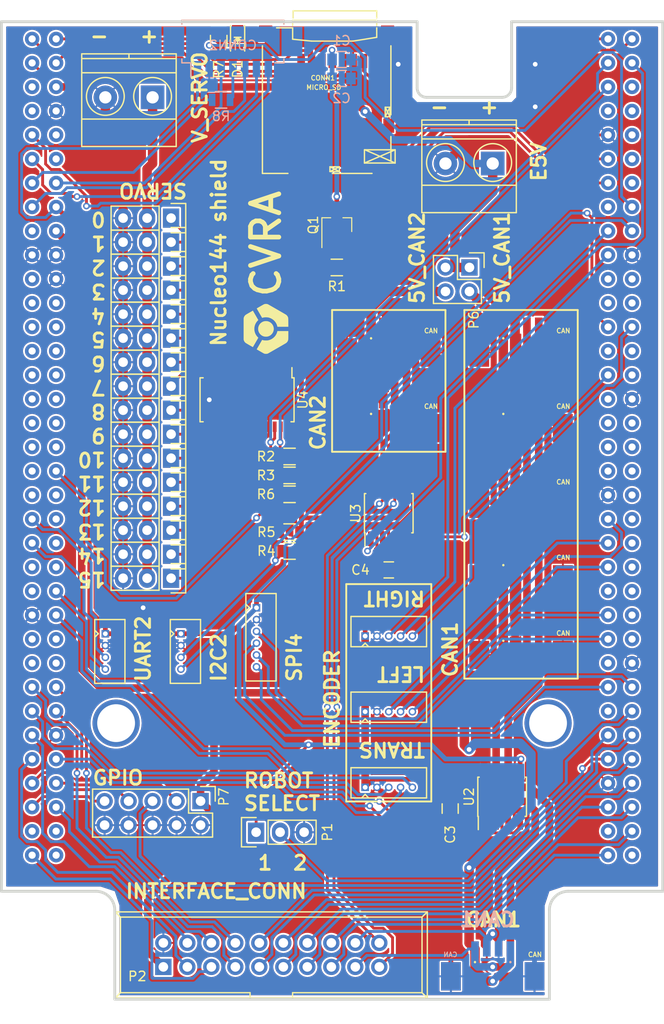
<source format=kicad_pcb>
(kicad_pcb (version 20221018) (generator pcbnew)
  (title_block (title "CVRA Nucleo144 schield") (rev "RevA") (company "Club Vaudois de Robotique Autonome") (comment 1 "Author: Michael Spieler"))
  (layers (0 "F.Cu" signal) (31 "B.Cu" signal) (34 "B.Paste" user) (35 "F.Paste" user) (36 "B.SilkS" user "B.Silkscreen") (37 "F.SilkS" user "F.Silkscreen") (38 "B.Mask" user) (39 "F.Mask" user) (44 "Edge.Cuts" user))
  (net 0 "")
  (net 1 "Net-(C1-Pad1)")
  (net 2 "GND")
  (net 3 "+5V")
  (net 4 "/SDIO_CK")
  (net 5 "/SDIO_D1")
  (net 6 "/SDIO_D0")
  (net 7 "/SDIO_CMD")
  (net 8 "/SDIO_D3")
  (net 9 "/SDIO_D2")
  (net 10 "/SD_DETECT")
  (net 11 "/DEBUG_UART_RX")
  (net 12 "/DEBUG_UART_TX")
  (net 13 "/SWCLK")
  (net 14 "/SWDIO")
  (net 15 "/NRST")
  (net 16 "+3.3V")
  (net 17 "/UART2_TX")
  (net 18 "/UART2_RX")
  (net 19 "/I2C2_SCL")
  (net 20 "/I2C2_SDA")
  (net 21 "/SPI4_SCK")
  (net 22 "/SPI4_MISO")
  (net 23 "/SPI4_MOSI")
  (net 24 "/SPI4_CS")
  (net 25 "/CAN1L")
  (net 26 "/CAN1H")
  (net 27 "/CAN interfaces/5V_CAN1")
  (net 28 "/CAN2L")
  (net 29 "/CAN2H")
  (net 30 "/CAN interfaces/5V_CAN2")
  (net 31 "/servo/PWM_0")
  (net 32 "/servo/V_SERVO")
  (net 33 "/servo/PWM_4")
  (net 34 "/servo/PWM_8")
  (net 35 "/servo/PWM_12")
  (net 36 "/servo/PWM_1")
  (net 37 "/servo/PWM_5")
  (net 38 "/servo/PWM_9")
  (net 39 "/servo/PWM_13")
  (net 40 "/servo/PWM_2")
  (net 41 "/servo/PWM_6")
  (net 42 "/servo/PWM_10")
  (net 43 "/servo/PWM_14")
  (net 44 "/servo/PWM_3")
  (net 45 "/servo/PWM_7")
  (net 46 "/servo/PWM_11")
  (net 47 "/servo/PWM_15")
  (net 48 "/E5V")
  (net 49 "/ROBOT_SELECT")
  (net 50 "/EXT_IO_0")
  (net 51 "/EXT_IO_1")
  (net 52 "/EXT_IO_2")
  (net 53 "/EXT_IO_3")
  (net 54 "/EXT_IO_4")
  (net 55 "/EXT_IO_5")
  (net 56 "/EXT_IO_6")
  (net 57 "/EXT_IO_7")
  (net 58 "/EXT_IO_8")
  (net 59 "/EXT_IO_9")
  (net 60 "/EXT_IO_10")
  (net 61 "/LED_RGB_R")
  (net 62 "/LED_RGB_G")
  (net 63 "/LED_RGB_B")
  (net 64 "/ENCODER_TRANSVERS_CHA")
  (net 65 "/ENCODER_TRANSVERS_CHB")
  (net 66 "/ENCODER_TRANSVERS_CHI")
  (net 67 "/ENCODER_RIGHT_CHA")
  (net 68 "/ENCODER_RIGHT_CHB")
  (net 69 "/ENCODER_RIGHT_CHI")
  (net 70 "/ENCODER_LEFT_CHA")
  (net 71 "/ENCODER_LEFT_CHB")
  (net 72 "/ENCODER_LEFT_CHI")
  (net 73 "/GPIO1")
  (net 74 "/GPIO2")
  (net 75 "/GPIO3")
  (net 76 "/GPIO4")
  (net 77 "/SD_PWR")
  (net 78 "/I2C1_SDA")
  (net 79 "/I2C1_SCL")
  (net 80 "/SERVO_OE")
  (net 81 "/CAN1_TX")
  (net 82 "/CAN1_RX")
  (net 83 "/CAN2_TX")
  (net 84 "/CAN2_RX")
  (net 85 "Net-(D1-Pad2)")
  (net 86 "Net-(CONN2-Pad4)")
  (net 87 "/LED_SD")
  (footprint "Housings_SOIC:SOIC-8_3.9x4.9mm_Pitch1.27mm" (layer "F.Cu") (at 118 137 90)
    (fp_text reference "U2")
    (fp_text value "SN65HVD256")
  )
  (footprint "Housings_SOIC:SOIC-8_3.9x4.9mm_Pitch1.27mm" (layer "F.Cu") (at 106 107 90)
    (fp_text reference "U3")
    (fp_text value "SN65HVD256")
  )
  (footprint "_logo:CVRA-logo" (layer "F.Cu") (at 93 87.5 90)
    (fp_text reference "G***" hide)
    (fp_text value "LOGO" hide)
  )
  (footprint "_mech:_M2" (layer "F.Cu") (at 77.14 129.21)
    (fp_text reference "_M2" hide)
    (fp_text value "VAL**")
  )
  (footprint "_mech:_M2" (layer "F.Cu") (at 122.86 129.21)
    (fp_text reference "_M2" hide)
    (fp_text value "VAL**")
  )
  (footprint "_div:_Molex-microSD-502570-0893" (layer "F.Cu") (at 96.725 59.15)
    (fp_text reference "CONN1")
    (fp_text value "MICRO_SD")
  )
  (footprint "_connectors:Molex-PicoBlade-4" (layer "F.Cu") (at 76 119.75 -90)
    (fp_text reference "CONN3" hide)
    (fp_text value "UART" hide)
  )
  (footprint "_connectors:Molex-PicoBlade-4" (layer "F.Cu") (at 84 119.75 -90)
    (fp_text reference "CONN4" hide)
    (fp_text value "I2C" hide)
  )
  (footprint "_connectors:Molex-PicoBlade-6" (layer "F.Cu") (at 92 117 -90)
    (fp_text reference "CONN5" hide)
    (fp_text value "SPI" hide)
  )
  (footprint "_connectors:_Molex-PicoBlade-SMD-4" (layer "F.Cu") (at 120 106)
    (fp_text reference "CONN6" hide)
    (fp_text value "CAN")
  )
  (footprint "_connectors:_Molex-PicoBlade-SMD-4" (layer "F.Cu") (at 117 156)
    (fp_text reference "CONN8" hide)
    (fp_text value "CAN")
  )
  (footprint "_connectors:_Molex-PicoBlade-SMD-4" (layer "F.Cu") (at 120 122)
    (fp_text reference "CONN9" hide)
    (fp_text value "CAN")
  )
  (footprint "_connectors:_Molex-PicoBlade-SMD-4" (layer "F.Cu") (at 120 114)
    (fp_text reference "CONN10" hide)
    (fp_text value "CAN")
  )
  (footprint "_connectors:_Molex-PicoBlade-SMD-4" (layer "F.Cu") (at 120 98)
    (fp_text reference "CONN11" hide)
    (fp_text value "CAN")
  )
  (footprint "_connectors:_Molex-PicoBlade-SMD-4" (layer "F.Cu") (at 120 90)
    (fp_text reference "CONN12" hide)
    (fp_text value "CAN")
  )
  (footprint "_connectors:_Molex-PicoBlade-SMD-4" (layer "F.Cu") (at 106 98)
    (fp_text reference "CONN13" hide)
    (fp_text value "CAN")
  )
  (footprint "_connectors:_Molex-PicoBlade-SMD-4" (layer "F.Cu") (at 106 90)
    (fp_text reference "CONN14" hide)
    (fp_text value "CAN")
  )
  (footprint "Pin_Headers:Pin_Header_Straight_1x03" (layer "F.Cu") (at 82.96 75.78 -90)
    (fp_text reference "CONN15" hide)
    (fp_text value "SERVO")
  )
  (footprint "Pin_Headers:Pin_Header_Straight_1x03" (layer "F.Cu") (at 82.96 85.94 -90)
    (fp_text reference "CONN16" hide)
    (fp_text value "SERVO")
  )
  (footprint "Pin_Headers:Pin_Header_Straight_1x03" (layer "F.Cu") (at 82.96 96.1 -90)
    (fp_text reference "CONN17" hide)
    (fp_text value "SERVO")
  )
  (footprint "Pin_Headers:Pin_Header_Straight_1x03" (layer "F.Cu") (at 82.96 106.26 -90)
    (fp_text reference "CONN18" hide)
    (fp_text value "SERVO")
  )
  (footprint "Pin_Headers:Pin_Header_Straight_1x03" (layer "F.Cu") (at 82.96 78.32 -90)
    (fp_text reference "CONN19" hide)
    (fp_text value "SERVO")
  )
  (footprint "Pin_Headers:Pin_Header_Straight_1x03" (layer "F.Cu") (at 82.96 88.48 -90)
    (fp_text reference "CONN20" hide)
    (fp_text value "SERVO")
  )
  (footprint "Pin_Headers:Pin_Header_Straight_1x03" (layer "F.Cu") (at 82.96 98.64 -90)
    (fp_text reference "CONN21" hide)
    (fp_text value "SERVO")
  )
  (footprint "Pin_Headers:Pin_Header_Straight_1x03" (layer "F.Cu") (at 82.96 108.8 -90)
    (fp_text reference "CONN22" hide)
    (fp_text value "SERVO")
  )
  (footprint "Pin_Headers:Pin_Header_Straight_1x03" (layer "F.Cu") (at 82.96 80.86 -90)
    (fp_text reference "CONN23" hide)
    (fp_text value "SERVO")
  )
  (footprint "Pin_Headers:Pin_Header_Straight_1x03" (layer "F.Cu") (at 82.96 91.02 -90)
    (fp_text reference "CONN24" hide)
    (fp_text value "SERVO")
  )
  (footprint "Pin_Headers:Pin_Header_Straight_1x03" (layer "F.Cu") (at 82.96 101.18 -90)
    (fp_text reference "CONN25" hide)
    (fp_text value "SERVO")
  )
  (footprint "Pin_Headers:Pin_Header_Straight_1x03" (layer "F.Cu") (at 82.96 111.34 -90)
    (fp_text reference "CONN26" hide)
    (fp_text value "SERVO")
  )
  (footprint "Pin_Headers:Pin_Header_Straight_1x03" (layer "F.Cu") (at 82.96 83.4 -90)
    (fp_text reference "CONN27" hide)
    (fp_text value "SERVO")
  )
  (footprint "Pin_Headers:Pin_Header_Straight_1x03" (layer "F.Cu") (at 82.96 93.56 -90)
    (fp_text reference "CONN28" hide)
    (fp_text value "SERVO")
  )
  (footprint "Pin_Headers:Pin_Header_Straight_1x03" (layer "F.Cu") (at 82.96 103.72 -90)
    (fp_text reference "CONN29" hide)
    (fp_text value "SERVO")
  )
  (footprint "Pin_Headers:Pin_Header_Straight_1x03" (layer "F.Cu") (at 82.96 113.88 -90)
    (fp_text reference "CONN30" hide)
    (fp_text value "SERVO")
  )
  (footprint "Terminal_Blocks:TerminalBlock_Pheonix_MKDS1.5-2pol" (layer "F.Cu") (at 117 70 180)
    (fp_text reference "J1" hide)
    (fp_text value "E5V_Conn")
  )
  (footprint "Terminal_Blocks:TerminalBlock_Pheonix_MKDS1.5-2pol" (layer "F.Cu") (at 81 63 180)
    (fp_text reference "J2" hide)
    (fp_text value "V_SERVO_CONN")
  )
  (footprint "Pin_Headers:Pin_Header_Straight_1x03" (layer "F.Cu") (at 91.96 140.75 90)
    (fp_text reference "P1")
    (fp_text value "ROBOT SELECT")
  )
  (footprint "_connectors:Molex-PicoBlade-5" (layer "F.Cu") (at 103.5 136)
    (fp_text reference "P3" hide)
    (fp_text value "ENCODER_TRANS" hide)
  )
  (footprint "_connectors:Molex-PicoBlade-5" (layer "F.Cu") (at 103.5 120)
    (fp_text reference "P4" hide)
    (fp_text value "ENCODER_RIGHT" hide)
  )
  (footprint "_connectors:Molex-PicoBlade-5" (layer "F.Cu") (at 103.5 128)
    (fp_text reference "P5" hide)
    (fp_text value "ENCODER_LEFT" hide)
  )
  (footprint "Pin_Headers:Pin_Header_Straight_2x02" (layer "F.Cu") (at 114.54 81 -90)
    (fp_text reference "P6")
    (fp_text value "5V_CAN_SELECT")
  )
  (footprint "TO_SOT_Packages_SMD:SOT-23_Handsoldering" (layer "F.Cu") (at 100.5 76.5 90)
    (fp_text reference "Q1")
    (fp_text value "Q_PMOS_GSD")
  )
  (footprint "_connectors:ST_Nucleo144_F429ZI_Morpho" (layer "F.Cu") (at 100 100)
    (fp_text reference "U1" hide)
    (fp_text value "ST_Nucleo144_F429ZI_Morpho")
  )
  (footprint "Housings_SSOP:TSSOP-28_4.4x9.7mm_Pitch0.65mm" (layer "F.Cu") (at 91 95 -90)
    (fp_text reference "U4")
    (fp_text value "PCA9685")
  )
  (footprint "Capacitors_SMD:C_0805" (layer "F.Cu") (at 112.5 138.25 -90)
    (fp_text reference "C3")
    (fp_text value "100nF")
  )
  (footprint "Capacitors_SMD:C_0805" (layer "F.Cu") (at 106 113 180)
    (fp_text reference "C4")
    (fp_text value "100nF")
  )
  (footprint "Resistors_SMD:R_0805" (layer "F.Cu") (at 100.5 81 180)
    (fp_text reference "R1")
    (fp_text value "10k")
  )
  (footprint "Resistors_SMD:R_0805" (layer "F.Cu") (at 95.5 101 180)
    (fp_text reference "R2")
    (fp_text value "4.7k")
  )
  (footprint "Resistors_SMD:R_0805" (layer "F.Cu") (at 95.5 103 180)
    (fp_text reference "R3")
    (fp_text value "4.7k")
  )
  (footprint "Resistors_SMD:R_0805" (layer "F.Cu") (at 95.5 111 180)
    (fp_text reference "R4")
    (fp_text value "4.7k")
  )
  (footprint "Resistors_SMD:R_0805" (layer "F.Cu") (at 95.5 109 180)
    (fp_text reference "R5")
    (fp_text value "4.7k")
  )
  (footprint "Resistors_SMD:R_0805" (layer "F.Cu") (at 95.5 105 180)
    (fp_text reference "R6")
    (fp_text value "10k")
  )
  (footprint "LEDs:LED_0805" (layer "F.Cu") (at 90 57 -90)
    (fp_text reference "D1")
    (fp_text value "SD")
  )
  (footprint "Resistors_SMD:R_0805" (layer "F.Cu") (at 88 57.05 90)
    (fp_text reference "R7")
    (fp_text value "1k")
  )
  (footprint "Connect:IDC_Header_Straight_20pins" (layer "F.Cu") (at 82.14 155)
    (fp_text reference "P2")
    (fp_text value "CONN_02X10")
  )
  (footprint "Pin_Headers:Pin_Header_Straight_2x05" (layer "F.Cu") (at 86.08 137.46 -90)
    (fp_text reference "P7")
    (fp_text value "GPIO")
  )
  (footprint "Resistors_SMD:R_0805" (layer "B.Cu") (at 88.25 63.268002 180)
    (fp_text reference "R8")
    (fp_text value "0")
  )
  (footprint "Capacitors_SMD:C_0805" (layer "B.Cu") (at 101 59)
    (fp_text reference "C1")
    (fp_text value "10uF")
  )
  (footprint "_connectors:_Molex-PicoBlade-SMD-4" (layer "B.Cu") (at 117 156 180)
    (fp_text reference "CONN7" hide)
    (fp_text value "CAN")
  )
  (footprint "Capacitors_SMD:C_0805" (layer "B.Cu") (at 101 61)
    (fp_text reference "C2")
    (fp_text value "100nF")
  )
  (footprint "Connectors_Molex:Molex_PicoBlade_53261-0771_07x1.25mm_Angled" (layer "B.Cu") (at 89.5 58.55)
    (fp_text reference "CONN2")
    (fp_text value "SWD/DEBUG")
  )
  (gr_line (start 110.5 114.5) (end 101.5 114.5) (stroke (width 0.2)) (layer "F.SilkS"))
  (gr_line (start 114 124.5) (end 126 124.5) (stroke (width 0.2)) (layer "F.SilkS"))
  (gr_line (start 110.5 137.5) (end 110.5 114.5) (stroke (width 0.2)) (layer "F.SilkS"))
  (gr_line (start 100 85.5) (end 100 86.5) (stroke (width 0.2)) (layer "F.SilkS"))
  (gr_line (start 112 85.5) (end 100 85.5) (stroke (width 0.2)) (layer "F.SilkS"))
  (gr_line (start 100 86.5) (end 100 100.5) (stroke (width 0.2)) (layer "F.SilkS"))
  (gr_line (start 101.5 137.5) (end 110.5 137.5) (stroke (width 0.2)) (layer "F.SilkS"))
  (gr_line (start 126 85.5) (end 114 85.5) (stroke (width 0.2)) (layer "F.SilkS"))
  (gr_line (start 126 124.5) (end 126 85.5) (stroke (width 0.2)) (layer "F.SilkS"))
  (gr_line (start 100 100.5) (end 112 100.5) (stroke (width 0.2)) (layer "F.SilkS"))
  (gr_line (start 112 100.5) (end 112 85.5) (stroke (width 0.2)) (layer "F.SilkS"))
  (gr_line (start 101.5 114.5) (end 101.5 137.5) (stroke (width 0.2)) (layer "F.SilkS"))
  (gr_line (start 114 85.5) (end 114 124.5) (stroke (width 0.2)) (layer "F.SilkS"))
  (gr_line (start 118 63) (end 110 63) (stroke (width 0.3)) (layer "Edge.Cuts"))
  (gr_arc (start 75 147) (mid 76.414214 147.585786) (end 77 149) (stroke (width 0.3)) (layer "Edge.Cuts"))
  (gr_line (start 135 147) (end 135 55) (stroke (width 0.3)) (layer "Edge.Cuts"))
  (gr_line (start 135 55) (end 119 55) (stroke (width 0.3)) (layer "Edge.Cuts"))
  (gr_line (start 123 149) (end 123 158.42) (stroke (width 0.3)) (layer "Edge.Cuts"))
  (gr_arc (start 119 62) (mid 118.707107 62.707107) (end 118 63) (stroke (width 0.3)) (layer "Edge.Cuts"))
  (gr_line (start 135 147) (end 125 147) (stroke (width 0.3)) (layer "Edge.Cuts"))
  (gr_line (start 65 55) (end 65 147) (stroke (width 0.3)) (layer "Edge.Cuts"))
  (gr_line (start 65 55) (end 109 55) (stroke (width 0.3)) (layer "Edge.Cuts"))
  (gr_line (start 119 55) (end 119 62) (stroke (width 0.3)) (layer "Edge.Cuts"))
  (gr_arc (start 110 63) (mid 109.292893 62.707107) (end 109 62) (stroke (width 0.3)) (layer "Edge.Cuts"))
  (gr_line (start 65 147) (end 75 147) (stroke (width 0.3)) (layer "Edge.Cuts"))
  (gr_line (start 109 62) (end 109 55) (stroke (width 0.3)) (layer "Edge.Cuts"))
  (gr_arc (start 123 149) (mid 123.585786 147.585786) (end 125 147) (stroke (width 0.3)) (layer "Edge.Cuts"))
  (gr_line (start 77 158.42) (end 123 158.42) (stroke (width 0.3)) (layer "Edge.Cuts"))
  (gr_line (start 77 149) (end 77 158.42) (stroke (width 0.3)) (layer "Edge.Cuts"))
  (gr_text "CAN1" (at 119.5 150) (layer "B.SilkS") (effects (font (size 1.5 1.5) (thickness 0.3)) (justify left mirror)))
  (gr_text "RIGHT" (at 110 116 180) (layer "F.SilkS") (effects (font (size 1.5 1.5) (thickness 0.3)) (justify left)))
  (gr_text "LEFT" (at 110 124 180) (layer "F.SilkS") (effects (font (size 1.5 1.5) (thickness 0.3)) (justify left)))
  (gr_text "SPI4" (at 96 125 90) (layer "F.SilkS") (effects (font (size 1.5 1.5) (thickness 0.3)) (justify left)))
  (gr_text "I2C2" (at 88 125 90) (layer "F.SilkS") (effects (font (size 1.5 1.5) (thickness 0.3)) (justify left)))
  (gr_text "UART2" (at 80 125 90) (layer "F.SilkS") (effects (font (size 1.5 1.5) (thickness 0.3)) (justify left)))
  (gr_text "5V_CAN1" (at 118 85 90) (layer "F.SilkS") (effects (font (size 1.5 1.5) (thickness 0.3)) (justify left)))
  (gr_text "1  2" (at 92 144) (layer "F.SilkS") (effects (font (size 1.5 1.5) (thickness 0.3)) (justify left)))
  (gr_text "ENCODER" (at 100 132 90) (layer "F.SilkS") (effects (font (size 1.5 1.5) (thickness 0.3)) (justify left)))
  (gr_text "5V_CAN2" (at 109 85 90) (layer "F.SilkS") (effects (font (size 1.5 1.5) (thickness 0.3)) (justify left)))
  (gr_text "INTERFACE_CONN" (at 78 147) (layer "F.SilkS") (effects (font (size 1.5 1.5) (thickness 0.3)) (justify left)))
  (gr_text "GPIO" (at 74.5 135) (layer "F.SilkS") (effects (font (size 1.5 1.5) (thickness 0.3)) (justify left)))
  (gr_text "Nucleo144 shield" (at 88 89.5 90) (layer "F.SilkS") (effects (font (size 1.5 1.5) (thickness 0.3)) (justify left)))
  (gr_text "CAN2" (at 98.5 100.5 90) (layer "F.SilkS") (effects (font (size 1.5 1.5) (thickness 0.3)) (justify left)))
  (gr_text "CAN1" (at 112.5 124.5 90) (layer "F.SilkS") (effects (font (size 1.5 1.5) (thickness 0.3)) (justify left)))
  (gr_text "CAN1" (at 114 150) (layer "F.SilkS") (effects (font (size 1.5 1.5) (thickness 0.3)) (justify left)))
  (gr_text "0" (at 76.172 75.908 180) (layer "F.SilkS") (effects (font (size 1.5 1.5) (thickness 0.3)) (justify left)))
  (gr_text "1" (at 76.172 78.448 180) (layer "F.SilkS") (effects (font (size 1.5 1.5) (thickness 0.3)) (justify left)))
  (gr_text "2" (at 76.172 80.988 180) (layer "F.SilkS") (effects (font (size 1.5 1.5) (thickness 0.3)) (justify left)))
  (gr_text "3" (at 76.172 83.528 180) (layer "F.SilkS") (effects (font (size 1.5 1.5) (thickness 0.3)) (justify left)))
  (gr_text "4" (at 76.172 86.068 180) (layer "F.SilkS") (effects (font (size 1.5 1.5) (thickness 0.3)) (justify left)))
  (gr_text "5" (at 76.172 88.608 180) (layer "F.SilkS") (effects (font (size 1.5 1.5) (thickness 0.3)) (justify left)))
  (gr_text "6" (at 76.172 91.148 180) (layer "F.SilkS") (effects (font (size 1.5 1.5) (thickness 0.3)) (justify left)))
  (gr_text "7" (at 76.172 93.688 180) (layer "F.SilkS") (effects (font (size 1.5 1.5) (thickness 0.3)) (justify left)))
  (gr_text "8" (at 76.172 96.228 180) (layer "F.SilkS") (effects (font (size 1.5 1.5) (thickness 0.3)) (justify left)))
  (gr_text "9" (at 76.172 98.768 180) (layer "F.SilkS") (effects (font (size 1.5 1.5) (thickness 0.3)) (justify left)))
  (gr_text "10" (at 76.172 101.308 180) (layer "F.SilkS") (effects (font (size 1.5 1.5) (thickness 0.3)) (justify left)))
  (gr_text "11" (at 76.172 103.848 180) (layer "F.SilkS") (effects (font (size 1.5 1.5) (thickness 0.3)) (justify left)))
  (gr_text "12" (at 76.172 106.388 180) (layer "F.SilkS") (effects (font (size 1.5 1.5) (thickness 0.3)) (justify left)))
  (gr_text "13" (at 76.172 108.928 180) (layer "F.SilkS") (effects (font (size 1.5 1.5) (thickness 0.3)) (justify left)))
  (gr_text "14" (at 76.172 111.468 180) (layer "F.SilkS") (effects (font (size 1.5 1.5) (thickness 0.3)) (justify left)))
  (gr_text "15" (at 76.172 114.008 180) (layer "F.SilkS") (effects (font (size 1.5 1.5) (thickness 0.3)) (justify left)))
  (gr_text "SERVO" (at 84.808 72.86 180) (layer "F.SilkS") (effects (font (size 1.5 1.5) (thickness 0.3)) (justify left)))
  (gr_text "E5V" (at 121.892 69.812 90) (layer "F.SilkS") (effects (font (size 1.5 1.5) (thickness 0.3))))
  (gr_text "-   +" (at 114 64) (layer "F.SilkS") (effects (font (size 1.5 1.5) (thickness 0.3))))
  (gr_text "ROBOT\nSELECT" (at 90.5 136.5) (layer "F.SilkS") (effects (font (size 1.5 1.5) (thickness 0.3)) (justify left)))
  (gr_text "V_SERVO" (at 86 63 90) (layer "F.SilkS") (effects (font (size 1.5 1.5) (thickness 0.3))))
  (gr_text "-   +" (at 78 56.5) (layer "F.SilkS") (effects (font (size 1.5 1.5) (thickness 0.3))))
  (gr_text "TRANS" (at 110 132 180) (layer "F.SilkS") (effects (font (size 1.5 1.5) (thickness 0.3)) (justify left)))
  (gr_text "CVRA" (at 93 78.5 90) (layer "F.SilkS") (effects (font (size 3 3) (thickness 0.5))))
  (segment (start 100.5 73.5) (end 100.5 75) (width 0.5) (layer "F.Cu") (net 1))
  (segment (start 100 59.125) (end 100.025 59.15) (width 0.5) (layer "F.Cu") (net 1))
  (segment (start 100 58) (end 100 59.125) (width 0.5) (layer "F.Cu") (net 1))
  (via (at 100 58) (size 0.7) (drill 0.4) (layers "F.Cu" "B.Cu") (net 1))
  (via (at 100.5 73.5) (size 0.7) (drill 0.4) (layers "F.Cu" "B.Cu") (net 1))
  (segment (start 100 63) (end 100 61) (width 0.5) (layer "B.Cu") (net 1))
  (segment (start 100 61) (end 100 59) (width 0.5) (layer "B.Cu") (net 1))
  (segment (start 100 59) (end 100 58) (width 0.5) (layer "B.Cu") (net 1))
  (segment (start 100.5 73.5) (end 100.5 63.5) (width 0.5) (layer "B.Cu") (net 1))
  (segment (start 100.5 63.5) (end 100 63) (width 0.5) (layer "B.Cu") (net 1))
  (segment (start 105.875 56.4) (end 107 57.525) (width 0.3) (layer "F.Cu") (net 2))
  (segment (start 112.575 154) (end 112.575 156) (width 0.5) (layer "F.Cu") (net 2))
  (segment (start 105.365 112.635) (end 105 113) (width 0.5) (layer "F.Cu") (net 2))
  (segment (start 119.375 82.625) (end 119.375 87.1) (width 1) (layer "F.Cu") (net 2))
  (segment (start 114.400001 138.474999) (end 113.625 139.25) (width 0.5) (layer "F.Cu") (net 2))
  (segment (start 76 63) (end 76 68) (width 1) (layer "F.Cu") (net 2))
  (segment (start 126.48 66.98) (end 123.5 64) (width 0.3) (layer "F.Cu") (net 2))
  (segment (start 119.375 119.1) (end 119.375 122.5) (width 0.8) (layer "F.Cu") (net 2))
  (segment (start 117.365 139.7) (end 117.365 139.225) (width 0.5) (layer "F.Cu") (net 2))
  (segment (start 116 152.725) (end 116 144.593998) (width 0.5) (layer "F.Cu") (net 2))
  (segment (start 116 144.593998) (end 114.956001 143.549999) (width 0.5) (layer "F.Cu") (net 2))
  (segment (start 77.88 101.18) (end 77.88 98.64) (width 1) (layer "F.Cu") (net 2))
  (segment (start 77.88 83.4) (end 77.88 80.86) (width 1) (layer "F.Cu") (net 2))
  (segment (start 119.375 119.1) (end 119.375 111.1) (width 1) (layer "F.Cu") (net 2))
  (segment (start 77.88 69.88) (end 77.88 75.78) (width 1) (layer "F.Cu") (net 2))
  (segment (start 119.375 123.625) (end 119.375 122.5) (width 0.8) (layer "F.Cu") (net 2))
  (segment (start 77.88 111.34) (end 77.88 108.8) (width 1) (layer "F.Cu") (net 2))
  (segment (start 86.775 92.15) (end 86.775 94.775) (width 0.3) (layer "F.Cu") (net 2))
  (segment (start 105.875 56.25) (end 105.875 56.4) (width 0.3) (layer "F.Cu") (net 2))
  (segment (start 116.095 134.3) (end 116.095 126.905) (width 0.8) (layer "F.Cu") (net 2))
  (segment (start 76 68) (end 77.88 69.88) (width 1) (layer "F.Cu") (net 2))
  (segment (start 123.5 64) (end 123 64) (width 0.3) (layer "F.Cu") (net 2))
  (segment (start 114.043999 143.549999) (end 112.575 145.018998) (width 0.5) (layer "F.Cu") (net 2))
  (segment (start 121.5 64) (end 123 64) (width 0.3) (layer "F.Cu") (net 2))
  (segment (start 114.5 67.5) (end 118.5 67.5) (width 1) (layer "F.Cu") (net 2))
  (segment (start 113.625 139.25) (end 112.5 139.25) (width 0.5) (layer "F.Cu") (net 2))
  (segment (start 104.75 136) (end 108 139.25) (width 0.5) (layer "F.Cu") (net 2))
  (segment (start 77.88 93.56) (end 77.88 91.02) (width 1) (layer "F.Cu") (net 2))
  (segment (start 105.375 87.1) (end 105.375 95.1) (width 1) (layer "F.Cu") (net 2))
  (segment (start 117.365 139.225) (end 116.614999 138.474999) (width 0.5) (layer "F.Cu") (net 2))
  (segment (start 77.88 106.26) (end 77.88 103.72) (width 1) (layer "F.Cu") (net 2))
  (segment (start 114.956001 143.549999) (end 114.043999 143.549999) (width 0.5) (layer "F.Cu") (net 2))
  (segment (start 107 57.525) (end 107 59.5) (width 0.3) (layer "F.Cu") (net 2))
  (segment (start 119.375 95.1) (end 119.375 87.1) (width 1) (layer "F.Cu") (net 2))
  (segment (start 77.88 103.72) (end 77.88 101.18) (width 1) (layer "F.Cu") (net 2))
  (segment (start 118.5 67.5) (end 119.375 68.375) (width 1) (layer "F.Cu") (net 2))
  (segment (start 119.375 103.1) (end 119.375 95.1) (width 1) (layer "F.Cu") (net 2))
  (segment (start 77.88 80.86) (end 77.88 78.32) (width 1) (layer "F.Cu") (net 2))
  (segment (start 77.88 96.1) (end 77.88 93.56) (width 1) (layer "F.Cu") (net 2))
  (segment (start 77.88 88.48) (end 77.88 85.94) (width 1) (layer "F.Cu") (net 2))
  (segment (start 112.575 145.018998) (end 112.575 154) (width 0.5) (layer "F.Cu") (net 2))
  (segment (start 119.375 68.375) (end 119.375 82.625) (width 1) (layer "F.Cu") (net 2))
  (segment (start 116.095 126.905) (end 119.375 123.625) (width 0.8) (layer "F.Cu") (net 2))
  (segment (start 108 139.25) (end 112.5 139.25) (width 0.5) (layer "F.Cu") (net 2))
  (segment (start 116.614999 138.474999) (end 114.400001 138.474999) (width 0.5) (layer "F.Cu") (net 2))
  (segment (start 77.88 85.94) (end 77.88 83.4) (width 1) (layer "F.Cu") (net 2))
  (segment (start 119.375 111.1) (end 119.375 103.1) (width 1) (layer "F.Cu") (net 2))
  (segment (start 77.88 91.02) (end 77.88 88.48) (width 1) (layer "F.Cu") (net 2))
  (segment (start 77.88 98.64) (end 77.88 96.1) (width 1) (layer "F.Cu") (net 2))
  (segment (start 77.88 78.32) (end 77.88 75.78) (width 1) (layer "F.Cu") (net 2))
  (segment (start 116.375 153.1) (end 116 152.725) (width 0.5) (layer "F.Cu") (net 2))
  (segment (start 129.21 66.98) (end 126.48 66.98) (width 0.3) (layer "F.Cu") (net 2))
  (segment (start 105.365 109.7) (end 105.365 112.635) (width 0.5) (layer "F.Cu") (net 2))
  (segment (start 77.88 113.88) (end 77.88 111.34) (width 1) (layer "F.Cu") (net 2))
  (segment (start 77.88 108.8) (end 77.88 106.26) (width 1) (layer "F.Cu") (net 2))
  (segment (start 86.775 94.775) (end 87 95) (width 0.3) (layer "F.Cu") (net 2))
  (segment (start 112 70) (end 114.5 67.5) (width 1) (layer "F.Cu") (net 2))
  (via (at 87 95) (size 1) (drill 0.5) (layers "F.Cu" "B.Cu") (net 2))
  (via (at 107 59.5) (size 1) (drill 0.5) (layers "F.Cu" "B.Cu") (net 2))
  (via (at 121.5 59.5) (size 1) (drill 0.5) (layers "F.Cu" "B.Cu") (net 2))
  (via (at 121.5 64) (size 1) (drill 0.5) (layers "F.Cu" "B.Cu") (net 2))
  (via (at 80 117) (size 1) (drill 0.5) (layers "F.Cu" "B.Cu") (net 2))
  (segment (start 108 64.5) (end 120 64.5) (width 0.3) (layer "B.Cu") (net 2))
  (segment (start 121.5 63) (end 121.5 64) (width 0.3) (layer "B.Cu") (net 2))
  (segment (start 121.425 153.639998) (end 121.425 154) (width 0.5) (layer "B.Cu") (net 2))
  (segment (start 121.5 63) (end 121.5 59.5) (width 0.3) (layer "B.Cu") (net 2))
  (segment (start 107 63.5) (end 108 64.5) (width 0.3) (layer "B.Cu") (net 2))
  (segment (start 82 121) (end 84 121) (width 0.3) (layer "B.Cu") (net 2))
  (segment (start 120 64.5) (end 121.5 63) (width 0.3) (layer "B.Cu") (net 2))
  (segment (start 119.635001 151.849999) (end 121.425 153.639998) (width 0.5) (layer "B.Cu") (net 2))
  (segment (start 82 119) (end 80 117) (width 0.3) (layer "B.Cu") (net 2))
  (segment (start 107 59.5) (end 107 63.5) (width 0.3) (layer "B.Cu") (net 2))
  (segment (start 82 121) (end 82 119) (width 0.3) (layer "B.Cu") (net 2))
  (segment (start 117.625 153.1) (end 117.625 152.339998) (width 0.5) (layer "B.Cu") (net 2))
  (segment (start 117.625 152.339998) (end 118.114999 151.849999) (width 0.5) (layer "B.Cu") (net 2))
  (segment (start 76 121) (end 82 121) (width 0.3) (layer "B.Cu") (net 2))
  (segment (start 118.114999 151.849999) (end 119.635001 151.849999) (width 0.5) (layer "B.Cu") (net 2))
  (segment (start 121.425 154) (end 121.425 156) (width 0.5) (layer "B.Cu") (net 2))
  (segment (start 103.5 136) (end 104.350001 135.149999) (width 0.5) (layer "F.Cu") (net 3))
  (segment (start 113.625 137.25) (end 112.5 137.25) (width 0.5) (layer "F.Cu") (net 3))
  (segment (start 116.66 137.25) (end 113.625 137.25) (width 0.5) (layer "F.Cu") (net 3))
  (segment (start 90.5 126) (end 102.7 126) (width 0.8) (layer "F.Cu") (net 3))
  (segment (start 106.635 112.635) (end 107 113) (width 0.5) (layer "F.Cu") (net 3))
  (segment (start 103.5 120) (end 103.5 116.5) (width 0.5) (layer "F.Cu") (net 3))
  (segment (start 109.274999 135.149999) (end 111.375 137.25) (width 0.5) (layer "F.Cu") (net 3))
  (segment (start 102.7 126) (end 103.5 126) (width 0.8) (layer "F.Cu") (net 3))
  (segment (start 103.5 128) (end 103.5 136) (width 0.8) (layer "F.Cu") (net 3))
  (segment (start 118.635 139.7) (end 118.635 139.225) (width 0.5) (layer "F.Cu") (net 3))
  (segment (start 80.5 153.36) (end 80.5 147.74613) (width 0.8) (layer "F.Cu") (net 3))
  (segment (start 86.08 137.46) (end 86.08 135.7964) (width 0.8) (layer "F.Cu") (net 3))
  (segment (start 87.5 134.3764) (end 87.5 126) (width 0.8) (layer "F.Cu") (net 3))
  (segment (start 103.5 116.5) (end 105.875 114.125) (width 0.5) (layer "F.Cu") (net 3))
  (segment (start 73.5 123.5) (end 75.5 125.5) (width 0.8) (layer "F.Cu") (net 3))
  (segment (start 75.5 125.5) (end 87 125.5) (width 0.8) (layer "F.Cu") (net 3))
  (segment (start 105.875 114.125) (end 106 114.125) (width 0.5) (layer "F.Cu") (net 3))
  (segment (start 86.08 135.7964) (end 87.5 134.3764) (width 0.8) (layer "F.Cu") (net 3))
  (segment (start 82.14 155) (end 80.5 153.36) (width 0.8) (layer "F.Cu") (net 3))
  (segment (start 87.543601 138.923601) (end 86.08 137.46) (width 0.8) (layer "F.Cu") (net 3))
  (segment (start 106.635 109.7) (end 106.635 112.635) (width 0.5) (layer "F.Cu") (net 3))
  (segment (start 111.375 137.25) (end 112.5 137.25) (width 0.5) (layer "F.Cu") (net 3))
  (segment (start 104.350001 135.149999) (end 109.274999 135.149999) (width 0.5) (layer "F.Cu") (net 3))
  (segment (start 106 114.125) (end 107 113.125) (width 0.5) (layer "F.Cu") (net 3))
  (segment (start 118.635 139.225) (end 116.66 137.25) (width 0.5) (layer "F.Cu") (net 3))
  (segment (start 70.79 77.14) (end 73.5 79.85) (width 0.8) (layer "F.Cu") (net 3))
  (segment (start 107 113.125) (end 107 113) (width 0.5) (layer "F.Cu") (net 3))
  (segment (start 103.5 120) (end 103.5 126) (width 0.8) (layer "F.Cu") (net 3))
  (segment (start 80.5 147.74613) (end 87.543601 140.702529) (width 0.8) (layer "F.Cu") (net 3))
  (segment (start 103.5 126) (end 103.5 128) (width 0.8) (layer "F.Cu") (net 3))
  (segment (start 87.543601 140.702529) (end 87.543601 138.923601) (width 0.8) (layer "F.Cu") (net 3))
  (segment (start 87.5 126) (end 90.5 126) (width 0.8) (layer "F.Cu") (net 3))
  (segment (start 87 125.5) (end 87.5 126) (width 0.8) (layer "F.Cu") (net 3))
  (segment (start 73.5 79.85) (end 73.5 123.5) (width 0.8) (layer "F.Cu") (net 3))
  (segment (start 73.475732 58.32003) (end 71.323761 60.472001) (width 0.3) (layer "F.Cu") (net 4))
  (segment (start 69.362001 60.472001) (end 68.25 59.36) (width 0.3) (layer "F.Cu") (net 4))
  (segment (start 84.32003 58.32003) (end 73.475732 58.32003) (width 0.3) (layer "F.Cu") (net 4))
  (segment (start 101.125 59.15) (end 101.125 60.2) (width 0.3) (layer "F.Cu") (net 4))
  (segment (start 101.125 60.2) (end 100.574989 60.750011) (width 0.3) (layer "F.Cu") (net 4))
  (segment (start 71.323761 60.472001) (end 69.362001 60.472001) (width 0.3) (layer "F.Cu") (net 4))
  (segment (start 100.574989 60.750011) (end 86.750011 60.750011) (width 0.3) (layer "F.Cu") (net 4))
  (segment (start 86.750011 60.750011) (end 84.32003 58.32003) (width 0.3) (layer "F.Cu") (net 4))
  (segment (start 129.21 56.82) (end 126.68 56.82) (width 0.3) (layer "F.Cu") (net 5))
  (segment (start 126.68 56.82) (end 119.75 63.75) (width 0.3) (layer "F.Cu") (net 5))
  (segment (start 119.75 63.75) (end 108.675 63.75) (width 0.3) (layer "F.Cu") (net 5))
  (segment (start 108.675 63.75) (end 104.425 59.5) (width 0.3) (layer "F.Cu") (net 5))
  (segment (start 104.425 59.5) (end 104.425 59.15) (width 0.3) (layer "F.Cu") (net 5))
  (segment (start 107.625 64.5) (end 103.325 60.2) (width 0.3) (layer "F.Cu") (net 6))
  (segment (start 131.75 56.82) (end 130.57 58) (width 0.3) (layer "F.Cu") (net 6))
  (segment (start 130.57 58) (end 126.20712 58) (width 0.3) (layer "F.Cu") (net 6))
  (segment (start 119.70712 64.5) (end 107.625 64.5) (width 0.3) (layer "F.Cu") (net 6))
  (segment (start 126.20712 58) (end 119.70712 64.5) (width 0.3) (layer "F.Cu") (net 6))
  (segment (start 103.325 60.2) (end 103.325 59.15) (width 0.3) (layer "F.Cu") (net 6))
  (segment (start 84.775778 57.82002) (end 72.32998 57.82002) (width 0.3) (layer "F.Cu") (net 7))
  (segment (start 71.5 58.65) (end 70.79 59.36) (width 0.3) (layer "F.Cu") (net 7))
  (segment (start 87.205759 60.250001) (end 84.775778 57.82002) (width 0.3) (layer "F.Cu") (net 7))
  (segment (start 98.874999 60.250001) (end 87.205759 60.250001) (width 0.3) (layer "F.Cu") (net 7))
  (segment (start 98.925 59.15) (end 98.925 60.2) (width 0.3) (layer "F.Cu") (net 7))
  (segment (start 72.32998 57.82002) (end 71.5 58.65) (width 0.3) (layer "F.Cu") (net 7))
  (segment (start 98.925 60.2) (end 98.874999 60.250001) (width 0.3) (layer "F.Cu") (net 7))
  (segment (start 95.094998 59) (end 96.044999 58.049999) (width 0.3) (layer "F.Cu") (net 8))
  (segment (start 87.369998 59) (end 95.094998 59) (width 0.3) (layer "F.Cu") (net 8))
  (segment (start 96.044999 58.049999) (end 97.774999 58.049999) (width 0.3) (layer "F.Cu") (net 8))
  (segment (start 97.825 58.1) (end 97.825 59.15) (width 0.3) (layer "F.Cu") (net 8))
  (segment (start 97.774999 58.049999) (end 97.825 58.1) (width 0.3) (layer "F.Cu") (net 8))
  (segment (start 70.79 56.82) (end 85.189998 56.82) (width 0.3) (layer "F.Cu") (net 8))
  (segment (start 85.189998 56.82) (end 87.369998 59) (width 0.3) (layer "F.Cu") (net 8))
  (segment (start 87.162888 59.50001) (end 84.982888 57.32001) (width 0.3) (layer "F.Cu") (net 9))
  (segment (start 69.362001 57.932001) (end 68.25 56.82) (width 0.3) (layer "F.Cu") (net 9))
  (segment (start 84.982888 57.32001) (end 71.902001 57.32001) (width 0.3) (layer "F.Cu") (net 9))
  (segment (start 71.902001 57.32001) (end 71.5 57.722011) (width 0.3) (layer "F.Cu") (net 9))
  (segment (start 96.725 59.15) (end 96.37499 59.50001) (width 0.3) (layer "F.Cu") (net 9))
  (segment (start 96.37499 59.50001) (end 87.162888 59.50001) (width 0.3) (layer "F.Cu") (net 9))
  (segment (start 71.5 57.932001) (end 69.362001 57.932001) (width 0.3) (layer "F.Cu") (net 9))
  (segment (start 71.5 57.722011) (end 71.5 57.932001) (width 0.3) (layer "F.Cu") (net 9))
  (segment (start 110.35002 66.14998) (end 107.574999 68.925001) (width 0.3) (layer "F.Cu") (net 10))
  (segment (start 122.52 69.52) (end 119.14998 66.14998) (width 0.3) (layer "F.Cu") (net 10))
  (segment (start 129.21 69.52) (end 122.52 69.52) (width 0.3) (layer "F.Cu") (net 10))
  (segment (start 103.200001 70.725) (end 98.825 70.725) (width 0.3) (layer "F.Cu") (net 10))
  (segment (start 105 68.925001) (end 103.200001 70.725) (width 0.3) (layer "F.Cu") (net 10))
  (segment (start 119.14998 66.14998) (end 110.35002 66.14998) (width 0.3) (layer "F.Cu") (net 10))
  (segment (start 107.574999 68.925001) (end 105 68.925001) (width 0.3) (layer "F.Cu") (net 10))
  (segment (start 68.25 66.98) (end 69.677999 68.407999) (width 0.3) (layer "F.Cu") (net 11))
  (segment (start 70.256239 70.632001) (end 71.168003 70.632001) (width 0.3) (layer "F.Cu") (net 11))
  (segment (start 71.168003 70.632001) (end 74 73.463998) (width 0.3) (layer "F.Cu") (net 11))
  (segment (start 69.677999 70.053761) (end 70.256239 70.632001) (width 0.3) (layer "F.Cu") (net 11))
  (segment (start 74 73.463998) (end 74 74.5) (width 0.3) (layer "F.Cu") (net 11))
  (segment (start 69.677999 68.407999) (end 69.677999 70.053761) (width 0.3) (layer "F.Cu") (net 11))
  (via (at 74 74.5) (size 0.7) (drill 0.4) (layers "F.Cu" "B.Cu") (net 11))
  (segment (start 75.5 74.2) (end 81.312244 74.2) (width 0.3) (layer "B.Cu") (net 11))
  (segment (start 75.2 74.5) (end 75.5 74.2) (width 0.3) (layer "B.Cu") (net 11))
  (segment (start 74 74.5) (end 75.2 74.5) (width 0.3) (layer "B.Cu") (net 11))
  (segment (start 93.25 62.262244) (end 93.25 61.15) (width 0.3) (layer "B.Cu") (net 11))
  (segment (start 93.25 61.15) (end 93.25 60) (width 0.3) (layer "B.Cu") (net 11))
  (segment (start 81.312244 74.2) (end 93.25 62.262244) (width 0.3) (layer "B.Cu") (net 11))
  (segment (start 69.362001 72.277763) (end 70.256239 73.172001) (width 0.3) (layer "F.Cu") (net 12))
  (segment (start 68.25 69.52) (end 69.362001 70.632001) (width 0.3) (layer "F.Cu") (net 12))
  (segment (start 72.505026 73.5) (end 73 73.5) (width 0.3) (layer "F.Cu") (net 12))
  (segment (start 70.256239 73.172001) (end 72.177027 73.172001) (width 0.3) (layer "F.Cu") (net 12))
  (segment (start 72.177027 73.172001) (end 72.505026 73.5) (width 0.3) (layer "F.Cu") (net 12))
  (segment (start 69.362001 70.632001) (end 69.362001 72.277763) (width 0.3) (layer "F.Cu") (net 12))
  (via (at 73 73.5) (size 0.7) (drill 0.4) (layers "F.Cu" "B.Cu") (net 12))
  (segment (start 92 62.805124) (end 81.305124 73.5) (width 0.3) (layer "B.Cu") (net 12))
  (segment (start 81.305124 73.5) (end 73 73.5) (width 0.3) (layer "B.Cu") (net 12))
  (segment (start 92 60) (end 92 62.805124) (width 0.3) (layer "B.Cu") (net 12))
  (segment (start 90.75 63.348004) (end 89.598004 64.5) (width 0.3) (layer "B.Cu") (net 13))
  (segment (start 71.327999 73.172001) (end 69.677999 73.172001) (width 0.3) (layer "B.Cu") (net 13))
  (segment (start 69.677999 73.172001) (end 68.25 74.6) (width 0.3) (layer "B.Cu") (net 13))
  (segment (start 88.405124 64.5) (end 80.345114 72.56001) (width 0.3) (layer "B.Cu") (net 13))
  (segment (start 89.598004 64.5) (end 88.405124 64.5) (width 0.3) (layer "B.Cu") (net 13))
  (segment (start 80.345114 72.56001) (end 71.93999 72.56001) (width 0.3) (layer "B.Cu") (net 13))
  (segment (start 90.75 60) (end 90.75 63.348004) (width 0.3) (layer "B.Cu") (net 13))
  (segment (start 71.93999 72.56001) (end 71.327999 73.172001) (width 0.3) (layer "B.Cu") (net 13))
  (segment (start 69.362001 70.947999) (end 78.970003 70.947999) (width 0.3) (layer "B.Cu") (net 14))
  (segment (start 86.65 63.268002) (end 87.3 63.268002) (width 0.3) (layer "B.Cu") (net 14))
  (segment (start 68.25 72.06) (end 69.362001 70.947999) (width 0.3) (layer "B.Cu") (net 14))
  (segment (start 78.970003 70.947999) (end 86.65 63.268002) (width 0.3) (layer "B.Cu") (net 14))
  (segment (start 88.25 60) (end 88.25 63.948004) (width 0.3) (layer "B.Cu") (net 15))
  (segment (start 80.138004 72.06) (end 71.86763 72.06) (width 0.3) (layer "B.Cu") (net 15))
  (segment (start 88.25 63.948004) (end 80.138004 72.06) (width 0.3) (layer "B.Cu") (net 15))
  (segment (start 71.86763 72.06) (end 70.79 72.06) (width 0.3) (layer "B.Cu") (net 15))
  (segment (start 76 119.75) (end 76.9 119.75) (width 0.5) (layer "F.Cu") (net 16))
  (segment (start 96.750001 105) (end 96.750001 107.749999) (width 0.5) (layer "F.Cu") (net 16))
  (segment (start 96.750001 98) (end 96.750001 87) (width 0.5) (layer "F.Cu") (net 16))
  (segment (start 96.750001 109) (end 96.750001 107.749999) (width 0.5) (layer "F.Cu") (net 16))
  (segment (start 107.905 106.5) (end 107.905 104.3) (width 0.5) (layer "F.Cu") (net 16))
  (segment (start 91.96 140.75) (end 91.96 137.04) (width 0.3) (layer "F.Cu") (net 16))
  (segment (start 101.45 78) (end 101.45 81) (width 0.5) (layer "F.Cu") (net 16))
  (segment (start 92 117) (end 92 116.1) (width 0.5) (layer "F.Cu") (net 16))
  (segment (start 96.750001 98) (end 96.750001 101) (width 0.5) (layer "F.Cu") (net 16))
  (segment (start 70.79 74.6) (end 75 78.81) (width 0.5) (layer "F.Cu") (net 16))
  (segment (start 96.750001 111.349999) (end 96.750001 111) (width 0.5) (layer "F.Cu") (net 16))
  (segment (start 96.750001 111) (end 96.750001 109) (width 0.5) (layer "F.Cu") (net 16))
  (segment (start 92 116.1) (end 96.750001 111.349999) (width 0.5) (layer "F.Cu") (net 16))
  (segment (start 75 117) (end 76 118) (width 0.5) (layer "F.Cu") (net 16))
  (segment (start 91.96 137.04) (end 97.5 131.5) (width 0.3) (layer "F.Cu") (net 16))
  (segment (start 96.750001 107.749999) (end 97 107.5) (width 0.5) (layer "F.Cu") (net 16))
  (segment (start 119.905 134.3) (end 119.905 133.095) (width 0.5) (layer "F.Cu") (net 16))
  (segment (start 96.45 103) (end 96.750001 103) (width 0.5) (layer "F.Cu") (net 16))
  (segment (start 97 107.5) (end 106.905 107.5) (width 0.5) (layer "F.Cu") (net 16))
  (segment (start 96.750001 104) (end 96.750001 105) (width 0.5) (layer "F.Cu") (net 16))
  (segment (start 96.600001 97.85) (end 96.750001 98) (width 0.3) (layer "F.Cu") (net 16))
  (segment (start 76 118) (end 76 119.75) (width 0.5) (layer "F.Cu") (net 16))
  (segment (start 101.45 81) (end 101.45 82.300001) (width 0.5) (layer "F.Cu") (net 16))
  (segment (start 89.25 119.75) (end 92 117) (width 0.5) (layer "F.Cu") (net 16))
  (segment (start 76.9 119.75) (end 84 119.75) (width 0.5) (layer "F.Cu") (net 16))
  (segment (start 96.45 101) (end 96.750001 101) (width 0.5) (layer "F.Cu") (net 16))
  (segment (start 75 78.81) (end 75 117) (width 0.5) (layer "F.Cu") (net 16))
  (segment (start 119.905 133.095) (end 120 133) (width 0.5) (layer "F.Cu") (net 16))
  (segment (start 95.225 97.85) (end 96.600001 97.85) (width 0.3) (layer "F.Cu") (net 16))
  (segment (start 96.750001 101) (end 96.750001 103) (width 0.5) (layer "F.Cu") (net 16))
  (segment (start 96.45 105) (end 96.750001 105) (width 0.5) (layer "F.Cu") (net 16))
  (segment (start 96.45 111) (end 96.750001 111) (width 0.3) (layer "F.Cu") (net 16))
  (segment (start 106.905 107.5) (end 107.905 106.5) (width 0.5) (layer "F.Cu") (net 16))
  (segment (start 84 119.75) (end 89.25 119.75) (width 0.5) (layer "F.Cu") (net 16))
  (segment (start 96.750001 103) (end 96.750001 104) (width 0.5) (layer "F.Cu") (net 16))
  (segment (start 96.45 109) (end 96.750001 109) (width 0.3) (layer "F.Cu") (net 16))
  (segment (start 101.45 82.300001) (end 96.750001 87) (width 0.5) (layer "F.Cu") (net 16))
  (via (at 97.5 131.5) (size 0.7) (drill 0.4) (layers "F.Cu" "B.Cu") (net 16))
  (via (at 120 133) (size 0.7) (drill 0.4) (layers "F.Cu" "B.Cu") (net 16))
  (segment (start 95 131.5) (end 97.5 131.5) (width 0.5) (layer "B.Cu") (net 16))
  (segment (start 97.5 131.5) (end 110.5 131.5) (width 0.5) (layer "B.Cu") (net 16))
  (segment (start 69.677999 75.712001) (end 70.79 74.6) (width 0.3) (layer "B.Cu") (net 16))
  (segment (start 112 133) (end 114.5 133) (width 0.5) (layer "B.Cu") (net 16))
  (segment (start 114.5 133) (end 120 133) (width 0.5) (layer "B.Cu") (net 16))
  (segment (start 80.802883 68.407999) (end 67.716239 68.407999) (width 0.3) (layer "B.Cu") (net 16))
  (segment (start 90.149991 126.649991) (end 94.5 131) (width 0.5) (layer "B.Cu") (net 16))
  (segment (start 67.716239 68.407999) (end 67.137999 68.986239) (width 0.3) (layer "B.Cu") (net 16))
  (segment (start 67.137999 75.133761) (end 67.716239 75.712001) (width 0.3) (layer "B.Cu") (net 16))
  (segment (start 67.716239 75.712001) (end 69.677999 75.712001) (width 0.3) (layer "B.Cu") (net 16))
  (segment (start 67.137999 68.986239) (end 67.137999 75.133761) (width 0.3) (layer "B.Cu") (net 16))
  (segment (start 92 117) (end 90.149991 118.850009) (width 0.5) (layer "B.Cu") (net 16))
  (segment (start 94.5 131) (end 95 131.5) (width 0.5) (layer "B.Cu") (net 16))
  (segment (start 85.75 60) (end 85.75 63.460882) (width 0.3) (layer "B.Cu") (net 16))
  (segment (start 110.5 131.5) (end 112 133) (width 0.5) (layer "B.Cu") (net 16))
  (segment (start 85.75 63.460882) (end 80.802883 68.407999) (width 0.3) (layer "B.Cu") (net 16))
  (segment (start 90.149991 118.850009) (end 90.149991 126.649991) (width 0.5) (layer "B.Cu") (net 16))
  (segment (start 75.00003 121.25003) (end 76 122.25) (width 0.3) (layer "B.Cu") (net 17))
  (segment (start 69.362001 108.732001) (end 71 108.732001) (width 0.3) (layer "B.Cu") (net 17))
  (segment (start 74.5 117.53576) (end 75.00003 118.03579) (width 0.3) (layer "B.Cu") (net 17))
  (segment (start 71 108.732001) (end 74.5 112.232001) (width 0.3) (layer "B.Cu") (net 17))
  (segment (start 75.00003 118.03579) (end 75.00003 121.25003) (width 0.3) (layer "B.Cu") (net 17))
  (segment (start 68.25 107.62) (end 69.362001 108.732001) (width 0.3) (layer "B.Cu") (net 17))
  (segment (start 74.5 112.232001) (end 74.5 117.53576) (width 0.3) (layer "B.Cu") (net 17))
  (segment (start 73.735762 117.478642) (end 74.50002 118.2429) (width 0.3) (layer "B.Cu") (net 18))
  (segment (start 69.677999 111.587999) (end 71.323761 111.587999) (width 0.3) (layer "B.Cu") (net 18))
  (segment (start 71.323761 111.587999) (end 73.735762 114) (width 0.3) (layer "B.Cu") (net 18))
  (segment (start 68.25 110.16) (end 69.677999 111.587999) (width 0.3) (layer "B.Cu") (net 18))
  (segment (start 74.50002 122.00002) (end 76 123.5) (width 0.3) (layer "B.Cu") (net 18))
  (segment (start 74.50002 118.2429) (end 74.50002 122.00002) (width 0.3) (layer "B.Cu") (net 18))
  (segment (start 73.735762 114) (end 73.735762 117.478642) (width 0.3) (layer "B.Cu") (net 18))
  (segment (start 127.5 75.75) (end 127 75.25) (width 0.3) (layer "F.Cu") (net 19))
  (segment (start 94.55 111) (end 94.55 111.45) (width 0.3) (layer "F.Cu") (net 19))
  (segment (start 94.55 111.45) (end 94 112) (width 0.3) (layer "F.Cu") (net 19))
  (segment (start 129.21 87.3) (end 127.5 85.59) (width 0.3) (layer "F.Cu") (net 19))
  (segment (start 127.5 85.59) (end 127.5 75.75) (width 0.3) (layer "F.Cu") (net 19))
  (via (at 94 112) (size 0.7) (drill 0.4) (layers "F.Cu" "B.Cu") (net 19))
  (via (at 127 75.25) (size 0.7) (drill 0.4) (layers "F.Cu" "B.Cu") (net 19))
  (segment (start 105.24999 99.214008) (end 105.24999 95.29289) (width 0.3) (layer "B.Cu") (net 19))
  (segment (start 84 122.25) (end 94 112.25) (width 0.3) (layer "B.Cu") (net 19))
  (segment (start 94 112.25) (end 94 112) (width 0.3) (layer "B.Cu") (net 19))
  (segment (start 125.29288 75.25) (end 127 75.25) (width 0.3) (layer "B.Cu") (net 19))
  (segment (start 94 110.463998) (end 105.24999 99.214008) (width 0.3) (layer "B.Cu") (net 19))
  (segment (start 94 112) (end 94 110.463998) (width 0.3) (layer "B.Cu") (net 19))
  (segment (start 105.24999 95.29289) (end 125.29288 75.25) (width 0.3) (layer "B.Cu") (net 19))
  (segment (start 94.55 109) (end 94.55 109.05) (width 0.3) (layer "F.Cu") (net 20))
  (segment (start 94.55 109.05) (end 95.5 110) (width 0.3) (layer "F.Cu") (net 20))
  (via (at 95.5 110) (size 0.7) (drill 0.4) (layers "F.Cu" "B.Cu") (net 20))
  (segment (start 95.5 110) (end 105.75 99.75) (width 0.3) (layer "B.Cu") (net 20))
  (segment (start 125.222001 76.027999) (end 130.637999 76.027999) (width 0.3) (layer "B.Cu") (net 20))
  (segment (start 130.637999 76.027999) (end 130.988001 76.378001) (width 0.3) (layer "B.Cu") (net 20))
  (segment (start 131.75 77.14) (end 130.637999 76.027999) (width 0.3) (layer "B.Cu") (net 20))
  (segment (start 105.75 99.75) (end 105.75 95.5) (width 0.3) (layer "B.Cu") (net 20))
  (segment (start 84 123.5) (end 95 112.5) (width 0.3) (layer "B.Cu") (net 20))
  (segment (start 105.75 95.5) (end 125.222001 76.027999) (width 0.3) (layer "B.Cu") (net 20))
  (segment (start 95 112.5) (end 95 110.5) (width 0.3) (layer "B.Cu") (net 20))
  (segment (start 130.988001 76.378001) (end 131.75 77.14) (width 0.3) (layer "B.Cu") (net 20))
  (segment (start 95 110.5) (end 95.5 110) (width 0.3) (layer "B.Cu") (net 20))
  (segment (start 94.069998 126) (end 94.069998 121.569998) (width 0.3) (layer "B.Cu") (net 21))
  (segment (start 96.819999 128.750001) (end 94.069998 126) (width 0.3) (layer "B.Cu") (net 21))
  (segment (start 119.830002 117.78) (end 108.860001 128.750001) (width 0.3) (layer "B.Cu") (net 21))
  (segment (start 129.21 117.78) (end 119.830002 117.78) (width 0.3) (layer "B.Cu") (net 21))
  (segment (start 108.860001 128.750001) (end 96.819999 128.750001) (width 0.3) (layer "B.Cu") (net 21))
  (segment (start 94.069998 121.569998) (end 92 119.5) (width 0.3) (layer "B.Cu") (net 21))
  (segment (start 117.351978 130.50002) (end 95.00002 130.50002) (width 0.3) (layer "B.Cu") (net 22))
  (segment (start 129.21 125.4) (end 122.451998 125.4) (width 0.3) (layer "B.Cu") (net 22))
  (segment (start 122.451998 125.4) (end 117.351978 130.50002) (width 0.3) (layer "B.Cu") (net 22))
  (segment (start 90.75 126.25) (end 90.75 122) (width 0.3) (layer "B.Cu") (net 22))
  (segment (start 90.75 122) (end 92 120.75) (width 0.3) (layer "B.Cu") (net 22))
  (segment (start 95.00002 130.50002) (end 90.75 126.25) (width 0.3) (layer "B.Cu") (net 22))
  (segment (start 108.817122 129.5) (end 117.997122 120.32) (width 0.3) (layer "B.Cu") (net 23))
  (segment (start 92 122) (end 93.24999 123.24999) (width 0.3) (layer "B.Cu") (net 23))
  (segment (start 117.997122 120.32) (end 129.21 120.32) (width 0.3) (layer "B.Cu") (net 23))
  (segment (start 93.24999 125.887112) (end 96.862878 129.5) (width 0.3) (layer "B.Cu") (net 23))
  (segment (start 93.24999 123.24999) (end 93.24999 125.887112) (width 0.3) (layer "B.Cu") (net 23))
  (segment (start 96.862878 129.5) (end 108.817122 129.5) (width 0.3) (layer "B.Cu") (net 23))
  (segment (start 122.856879 124.287999) (end 130.637999 124.287999) (width 0.3) (layer "B.Cu") (net 24))
  (segment (start 130.637999 124.287999) (end 131.75 125.4) (width 0.3) (layer "B.Cu") (net 24))
  (segment (start 95.79289 130.00001) (end 117.144868 130.00001) (width 0.3) (layer "B.Cu") (net 24))
  (segment (start 92.49999 126.70711) (end 95.79289 130.00001) (width 0.3) (layer "B.Cu") (net 24))
  (segment (start 92 123.25) (end 92.49999 123.74999) (width 0.3) (layer "B.Cu") (net 24))
  (segment (start 117.144868 130.00001) (end 122.856879 124.287999) (width 0.3) (layer "B.Cu") (net 24))
  (segment (start 92.49999 123.74999) (end 92.49999 126.70711) (width 0.3) (layer "B.Cu") (net 24))
  (segment (start 121.875 125.125) (end 118.635 128.365) (width 0.8) (layer "F.Cu") (net 25))
  (segment (start 118.635 128.365) (end 118.635 129) (width 0.8) (layer "F.Cu") (net 25))
  (segment (start 123 138) (end 123 141.5) (width 0.8) (layer "F.Cu") (net 25))
  (segment (start 121.875 119.1) (end 121.875 125.125) (width 0.8) (layer "F.Cu") (net 25))
  (segment (start 123 141.5) (end 118.875 145.625) (width 0.8) (layer "F.Cu") (net 25))
  (segment (start 118.635 129) (end 118.635 134.3) (width 0.8) (layer "F.Cu") (net 25))
  (segment (start 118.575 155) (end 117 155) (width 0.8) (layer "F.Cu") (net 25))
  (segment (start 121.875 95.1) (end 121.875 103.1) (width 0.8) (layer "F.Cu") (net 25))
  (segment (start 121.875 87.1) (end 121.875 95.1) (width 0.8) (layer "F.Cu") (net 25))
  (segment (start 118.875 154.7) (end 118.575 155) (width 0.8) (layer "F.Cu") (net 25))
  (segment (start 118.875 153.1) (end 118.875 154.7) (width 0.8) (layer "F.Cu") (net 25))
  (segment (start 118.875 149.625) (end 118.875 153.1) (width 0.8) (layer "F.Cu") (net 25))
  (segment (start 118.875 145.625) (end 118.875 149.625) (width 0.8) (layer "F.Cu") (net 25))
  (segment (start 121.875 103.1) (end 121.875 111.1) (width 0.8) (layer "F.Cu") (net 25))
  (segment (start 118.635 134.3) (end 118.635 135.135) (width 0.8) (layer "F.Cu") (net 25))
  (segment (start 120.99999 135.99999) (end 123 138) (width 0.8) (layer "F.Cu") (net 25))
  (segment (start 119.49999 135.99999) (end 120.99999 135.99999) (width 0.8) (layer "F.Cu") (net 25))
  (segment (start 121.875 111.1) (end 121.875 119.1) (width 0.8) (layer "F.Cu") (net 25))
  (segment (start 118.635 135.135) (end 119.49999 135.99999) (width 0.8) (layer "F.Cu") (net 25))
  (via (at 117 155) (size 1) (drill 0.5) (layers "F.Cu" "B.Cu") (net 25))
  (segment (start 115.125 154.7) (end 115.125 153.1) (width 0.8) (layer "B.Cu") (net 25))
  (segment (start 103.323599 154.136401) (end 102.46 155) (width 0.3) (layer "B.Cu") (net 25))
  (segment (start 115.125 153.1) (end 114.425 153.1) (width 0.3) (layer "B.Cu") (net 25))
  (segment (start 114.425 153.1) (end 113.738601 153.786399) (width 0.3) (layer "B.Cu") (net 25))
  (segment (start 117 155) (end 115.425 155) (width 0.8) (layer "B.Cu") (net 25))
  (segment (start 103.673601 153.786399) (end 103.323599 154.136401) (width 0.3) (layer "B.Cu") (net 25))
  (segment (start 113.738601 153.786399) (end 103.673601 153.786399) (width 0.3) (layer "B.Cu") (net 25))
  (segment (start 115.425 155) (end 115.125 154.7) (width 0.8) (layer "B.Cu") (net 25))
  (segment (start 117.365 135.875) (end 118.99 137.5) (width 0.8) (layer "F.Cu") (net 26))
  (segment (start 120.625 95.1) (end 120.625 103.1) (width 0.8) (layer "F.Cu") (net 26))
  (segment (start 120.625 111.1) (end 120.625 119.1) (width 0.8) (layer "F.Cu") (net 26))
  (segment (start 120.625 124.375) (end 117.365 127.635) (width 0.8) (layer "F.Cu") (net 26))
  (segment (start 120.625 87.1) (end 120.625 95.1) (width 0.8) (layer "F.Cu") (net 26))
  (segment (start 117.365 134.3) (end 117.365 135.875) (width 0.8) (layer "F.Cu") (net 26))
  (segment (start 120.5 137.5) (end 121.5 138.5) (width 0.8) (layer "F.Cu") (net 26))
  (segment (start 117.625 151.5) (end 117.625 153.1) (width 0.8) (layer "F.Cu") (net 26))
  (segment (start 121.5 141) (end 117.625 144.875) (width 0.8) (layer "F.Cu") (net 26))
  (segment (start 121.5 138.5) (end 121.5 141) (width 0.8) (layer "F.Cu") (net 26))
  (segment (start 118.99 137.5) (end 120.5 137.5) (width 0.8) (layer "F.Cu") (net 26))
  (segment (start 117.365 129) (end 117.365 134.3) (width 0.8) (layer "F.Cu") (net 26))
  (segment (start 117.625 152.125) (end 117 151.5) (width 0.8) (layer "F.Cu") (net 26))
  (segment (start 117.625 144.875) (end 117.625 151.5) (width 0.8) (layer "F.Cu") (net 26))
  (segment (start 120.625 103.1) (end 120.625 111.1) (width 0.8) (layer "F.Cu") (net 26))
  (segment (start 120.625 119.1) (end 120.625 124.375) (width 0.8) (layer "F.Cu") (net 26))
  (segment (start 117.365 127.635) (end 117.365 129) (width 0.8) (layer "F.Cu") (net 26))
  (segment (start 117.625 153.1) (end 117.625 152.125) (width 0.8) (layer "F.Cu") (net 26))
  (via (at 117 151.5) (size 1) (drill 0.5) (layers "F.Cu" "B.Cu") (net 26))
  (segment (start 102.46 152.46) (end 103.673601 151.246399) (width 0.3) (layer "B.Cu") (net 26))
  (segment (start 116.375 152.125) (end 116.375 153.1) (width 0.8) (layer "B.Cu") (net 26))
  (segment (start 103.673601 151.246399) (end 115.621399 151.246399) (width 0.3) (layer "B.Cu") (net 26))
  (segment (start 115.621399 151.246399) (end 116.375 152) (width 0.3) (layer "B.Cu") (net 26))
  (segment (start 116.375 152) (end 116.375 153.1) (width 0.3) (layer "B.Cu") (net 26))
  (segment (start 117 151.5) (end 116.375 152.125) (width 0.8) (layer "B.Cu") (net 26))
  (segment (start 115.125 153.1) (end 115.125 155.332106) (width 1) (layer "F.Cu") (net 27))
  (segment (start 115.125 155.332106) (end 116.292894 156.5) (width 1) (layer "F.Cu") (net 27))
  (segment (start 114 127.444352) (end 114 128.5) (width 1) (layer "F.Cu") (net 27))
  (segment (start 114.000001 131.500001) (end 114.5 132) (width 1) (layer "F.Cu") (net 27))
  (segment (start 114.5 152.475) (end 115.125 153.1) (width 1) (layer "F.Cu") (net 27))
  (segment (start 114 127.444352) (end 114.000001 131.500001) (width 1) (layer "F.Cu") (net 27))
  (segment (start 118.125 123.319352) (end 114 127.444352) (width 1) (layer "F.Cu") (net 27))
  (segment (start 118.125 111.1) (end 118.125 119.1) (width 1) (layer "F.Cu") (net 27))
  (segment (start 116.292894 156.5) (end 117 156.5) (width 1) (layer "F.Cu") (net 27))
  (segment (start 118.125 103.1) (end 118.125 111.1) (width 1) (layer "F.Cu") (net 27))
  (segment (start 114.5 144.5) (end 114.5 152.475) (width 1) (layer "F.Cu") (net 27))
  (segment (start 118.125 119.1) (end 118.125 123.319352) (width 1) (layer "F.Cu") (net 27))
  (segment (start 114.54 83.54) (end 114.565 83.54) (width 1) (layer "F.Cu") (net 27))
  (segment (start 118.125 87.1) (end 118.125 95.1) (width 1) (layer "F.Cu") (net 27))
  (segment (start 114.5 132) (end 114 131.5) (width 0.8) (layer "F.Cu") (net 27))
  (segment (start 114 131.5) (end 114 128.5) (width 0.8) (layer "F.Cu") (net 27))
  (segment (start 114.565 83.54) (end 118.125 87.1) (width 1) (layer "F.Cu") (net 27))
  (segment (start 118.125 95.1) (end 118.125 103.1) (width 1) (layer "F.Cu") (net 27))
  (via (at 114.5 144.5) (size 1) (drill 0.5) (layers "F.Cu" "B.Cu") (net 27))
  (via (at 114.5 132) (size 1) (drill 0.5) (layers "F.Cu" "B.Cu") (net 27))
  (via (at 117 156.5) (size 1) (drill 0.5) (layers "F.Cu" "B.Cu") (net 27))
  (segment (start 118.875 153.1) (end 118.875 154.7) (width 0.8) (layer "B.Cu") (net 27))
  (segment (start 115.14997 131.35003) (end 119.904032 131.35003) (width 1) (layer "B.Cu") (net 27))
  (segment (start 119.904032 131.35003) (end 121.050001 132.495999) (width 1) (layer "B.Cu") (net 27))
  (segment (start 121.050001 132.495999) (end 121.050001 137.949999) (width 1) (layer "B.Cu") (net 27))
  (segment (start 117.574999 156.000001) (end 117.499999 156.000001) (width 0.8) (layer "B.Cu") (net 27))
  (segment (start 117 156.5) (end 117.499999 156.000001) (width 0.8) (layer "B.Cu") (net 27))
  (segment (start 118.875 154.7) (end 117.574999 156.000001) (width 0.8) (layer "B.Cu") (net 27))
  (segment (start 120.950001 138.049999) (end 114.5 144.5) (width 0.8) (layer "B.Cu") (net 27))
  (segment (start 121.050001 137.949999) (end 120.950001 138.049999) (width 1) (layer "B.Cu") (net 27))
  (segment (start 121.050001 137.949999) (end 114.5 144.5) (width 1) (layer "B.Cu") (net 27))
  (segment (start 114.5 132) (end 115.14997 131.35003) (width 1) (layer "B.Cu") (net 27))
  (segment (start 107.875 95.1) (end 107.875 87.1) (width 0.8) (layer "F.Cu") (net 28))
  (segment (start 107.875 95.1) (end 107.875 100.125) (width 0.5) (layer "F.Cu") (net 28))
  (segment (start 106.4 151.9) (end 106.4 153.6) (width 0.3) (layer "F.Cu") (net 28))
  (segment (start 100.2 128.3) (end 100.2 146.7) (width 0.3) (layer "F.Cu") (net 28))
  (segment (start 100.2 146.7) (end 104.4 150.9) (width 0.3) (layer "F.Cu") (net 28))
  (segment (start 100.5 127.5) (end 100.5 128) (width 0.3) (layer "F.Cu") (net 28))
  (segment (start 105.4 150.9) (end 106.4 151.9) (width 0.3) (layer "F.Cu") (net 28))
  (segment (start 106.635 101.365) (end 106.635 104.3) (width 0.5) (layer "F.Cu") (net 28))
  (segment (start 107.875 100.125) (end 106.635 101.365) (width 0.5) (layer "F.Cu") (net 28))
  (segment (start 100.5 128) (end 100.2 128.3) (width 0.3) (layer "F.Cu") (net 28))
  (segment (start 106.635 104.3) (end 106.635 105.865) (width 0.3) (layer "F.Cu") (net 28))
  (segment (start 104.4 150.9) (end 105.4 150.9) (width 0.3) (layer "F.Cu") (net 28))
  (segment (start 106.635 105.865) (end 106.5 106) (width 0.3) (layer "F.Cu") (net 28))
  (segment (start 106.4 153.6) (end 105 155) (width 0.3) (layer "F.Cu") (net 28))
  (via (at 106.5 106) (size 0.7) (drill 0.4) (layers "F.Cu" "B.Cu") (net 28))
  (via (at 100.5 127.5) (size 0.7) (drill 0.4) (layers "F.Cu" "B.Cu") (net 28))
  (segment (start 100.5 127.5) (end 100.5 112) (width 0.3) (layer "B.Cu") (net 28))
  (segment (start 100.5 112) (end 106.5 106) (width 0.3) (layer "B.Cu") (net 28))
  (segment (start 105.365 105.635) (end 105 106) (width 0.3) (layer "F.Cu") (net 29))
  (segment (start 106.625 98.375) (end 105.365 99.635) (width 0.5) (layer "F.Cu") (net 29))
  (segment (start 105.365 99.635) (end 105.365 104.3) (width 0.5) (layer "F.Cu") (net 29))
  (segment (start 106.625 95.1) (end 106.625 87.1) (width 0.8) (layer "F.Cu") (net 29))
  (segment (start 105 152.46) (end 99.5 146.96) (width 0.3) (layer "F.Cu") (net 29))
  (segment (start 99.5 146.96) (end 99.5 127.5) (width 0.3) (layer "F.Cu") (net 29))
  (segment (start 105.365 104.3) (end 105.365 105.635) (width 0.3) (layer "F.Cu") (net 29))
  (segment (start 106.625 95.1) (end 106.625 98.375) (width 0.5) (layer "F.Cu") (net 29))
  (via (at 105 106) (size 0.7) (drill 0.4) (layers "F.Cu" "B.Cu") (net 29))
  (via (at 99.5 127.5) (size 0.7) (drill 0.4) (layers "F.Cu" "B.Cu") (net 29))
  (segment (start 99.5 111.5) (end 105 106) (width 0.3) (layer "B.Cu") (net 29))
  (segment (start 99.5 127.5) (end 99.5 111.5) (width 0.3) (layer "B.Cu") (net 29))
  (segment (start 105.885 83.54) (end 104.125 85.3) (width 1) (layer "F.Cu") (net 30))
  (segment (start 104.125 87.1) (end 104.125 95.1) (width 1) (layer "F.Cu") (net 30))
  (segment (start 112 83.54) (end 105.885 83.54) (width 1) (layer "F.Cu") (net 30))
  (segment (start 104.125 85.3) (end 104.125 87.1) (width 1) (layer "F.Cu") (net 30))
  (segment (start 82.96 75.9324) (end 91.975 84.9474) (width 0.3) (layer "F.Cu") (net 31))
  (segment (start 91.975 91.3) (end 91.975 92.15) (width 0.3) (layer "F.Cu") (net 31))
  (segment (start 91.975 84.9474) (end 91.975 91.3) (width 0.3) (layer "F.Cu") (net 31))
  (segment (start 82.96 75.78) (end 82.96 75.9324) (width 0.3) (layer "F.Cu") (net 31))
  (segment (start 81 70) (end 81 63) (width 1) (layer "F.Cu") (net 32))
  (segment (start 80.42 75.78) (end 80.42 78.32) (width 1) (layer "F.Cu") (net 32))
  (segment (start 80.42 85.94) (end 80.42 88.48) (width 1) (layer "F.Cu") (net 32))
  (segment (start 80.42 96.1) (end 80.42 98.64) (width 1) (layer "F.Cu") (net 32))
  (segment (start 80.42 78.32) (end 80.42 80.86) (width 1) (layer "F.Cu") (net 32))
  (segment (start 80.42 80.86) (end 80.42 83.4) (width 1) (layer "F.Cu") (net 32))
  (segment (start 80.42 98.64) (end 80.42 101.18) (width 1) (layer "F.Cu") (net 32))
  (segment (start 80.42 106.26) (end 80.42 108.8) (width 1) (layer "F.Cu") (net 32))
  (segment (start 80.42 103.72) (end 80.42 106.26) (width 1) (layer "F.Cu") (net 32))
  (segment (start 80.42 83.4) (end 80.42 85.94) (width 1) (layer "F.Cu") (net 32))
  (segment (start 80.42 108.8) (end 80.42 111.34) (width 1) (layer "F.Cu") (net 32))
  (segment (start 80.42 75.78) (end 80.42 70.58) (width 1) (layer "F.Cu") (net 32))
  (segment (start 80.42 101.18) (end 80.42 103.72) (width 1) (layer "F.Cu") (net 32))
  (segment (start 80.42 111.34) (end 80.42 113.88) (width 1) (layer "F.Cu") (net 32))
  (segment (start 80.42 70.58) (end 81 70) (width 1) (layer "F.Cu") (net 32))
  (segment (start 80.42 93.56) (end 80.42 96.1) (width 1) (layer "F.Cu") (net 32))
  (segment (start 80.42 91.02) (end 80.42 93.56) (width 1) (layer "F.Cu") (net 32))
  (segment (start 80.42 88.48) (end 80.42 91.02) (width 1) (layer "F.Cu") (net 32))
  (segment (start 89.375 92.15) (end 89.375 91.12864) (width 0.3) (layer "F.Cu") (net 33))
  (segment (start 89.375 91.12864) (end 84.18636 85.94) (width 0.3) (layer "F.Cu") (net 33))
  (segment (start 84.18636 85.94) (end 84.1236 85.94) (width 0.3) (layer "F.Cu") (net 33))
  (segment (start 84.1236 85.94) (end 82.96 85.94) (width 0.3) (layer "F.Cu") (net 33))
  (segment (start 84.1236 96.1) (end 82.96 96.1) (width 0.3) (layer "F.Cu") (net 34))
  (segment (start 86.775 97.85) (end 86.775 97.5) (width 0.3) (layer "F.Cu") (net 34))
  (segment (start 86.775 97.5) (end 85.375 96.1) (width 0.3) (layer "F.Cu") (net 34))
  (segment (start 85.375 96.1) (end 84.1236 96.1) (width 0.3) (layer "F.Cu") (net 34))
  (segment (start 89.375 101.0086) (end 84.1236 106.26) (width 0.3) (layer "F.Cu") (net 35))
  (segment (start 84.1236 106.26) (end 82.96 106.26) (width 0.3) (layer "F.Cu") (net 35))
  (segment (start 89.375 97.85) (end 89.375 101.0086) (width 0.3) (layer "F.Cu") (net 35))
  (segment (start 91.325 85.5214) (end 84.1236 78.32) (width 0.3) (layer "F.Cu") (net 36))
  (segment (start 91.325 92.15) (end 91.325 85.5214) (width 0.3) (layer "F.Cu") (net 36))
  (segment (start 84.1236 78.32) (end 82.96 78.32) (width 0.3) (layer "F.Cu") (net 36))
  (segment (start 88.725 91.3) (end 88.725 92.15) (width 0.3) (layer "F.Cu") (net 37))
  (segment (start 88.725 91.18576) (end 88.725 91.3) (width 0.3) (layer "F.Cu") (net 37))
  (segment (start 86.01924 88.48) (end 88.725 91.18576) (width 0.3) (layer "F.Cu") (net 37))
  (segment (start 82.96 88.48) (end 86.01924 88.48) (width 0.3) (layer "F.Cu") (net 37))
  (segment (start 87.425 98.7) (end 87.425 97.85) (width 0.3) (layer "F.Cu") (net 38))
  (segment (start 84.1236 98.64) (end 84.233601 98.750001) (width 0.3) (layer "F.Cu") (net 38))
  (segment (start 84.233601 98.750001) (end 87.374999 98.750001) (width 0.3) (layer "F.Cu") (net 38))
  (segment (start 82.96 98.64) (end 84.1236 98.64) (width 0.3) (layer "F.Cu") (net 38))
  (segment (start 87.374999 98.750001) (end 87.425 98.7) (width 0.3) (layer "F.Cu") (net 38))
  (segment (start 90.025 97.85) (end 90.025 102.8986) (width 0.3) (layer "F.Cu") (net 39))
  (segment (start 90.025 102.8986) (end 84.1236 108.8) (width 0.3) (layer "F.Cu") (net 39))
  (segment (start 84.1236 108.8) (end 82.96 108.8) (width 0.3) (layer "F.Cu") (net 39))
  (segment (start 82.96 80.86) (end 84.1236 80.86) (width 0.3) (layer "F.Cu") (net 40))
  (segment (start 84.1236 80.86) (end 90.675 87.4114) (width 0.3) (layer "F.Cu") (net 40))
  (segment (start 90.675 87.4114) (end 90.675 91.3) (width 0.3) (layer "F.Cu") (net 40))
  (segment (start 90.675 91.3) (end 90.675 92.15) (width 0.3) (layer "F.Cu") (net 40))
  (segment (start 87.582109 90.749989) (end 88.075 91.24288) (width 0.3) (layer "F.Cu") (net 41))
  (segment (start 82.96 91.02) (end 84.1236 91.02) (width 0.3) (layer "F.Cu") (net 41))
  (segment (start 88.075 91.24288) (end 88.075 91.3) (width 0.3) (layer "F.Cu") (net 41))
  (segment (start 84.1236 91.02) (end 84.393611 90.749989) (width 0.3) (layer "F.Cu") (net 41))
  (segment (start 84.393611 90.749989) (end 87.582109 90.749989) (width 0.3) (layer "F.Cu") (net 41))
  (segment (start 88.075 91.3) (end 88.075 92.15) (width 0.3) (layer "F.Cu") (net 41))
  (segment (start 88.075 98.75712) (end 85.65212 101.18) (width 0.3) (layer "F.Cu") (net 42))
  (segment (start 88.075 97.85) (end 88.075 98.75712) (width 0.3) (layer "F.Cu") (net 42))
  (segment (start 85.65212 101.18) (end 84.1236 101.18) (width 0.3) (layer "F.Cu") (net 42))
  (segment (start 84.1236 101.18) (end 82.96 101.18) (width 0.3) (layer "F.Cu") (net 42))
  (segment (start 90.675 104.7886) (end 84.1236 111.34) (width 0.3) (layer "F.Cu") (net 43))
  (segment (start 84.1236 111.34) (end 82.96 111.34) (width 0.3) (layer "F.Cu") (net 43))
  (segment (start 90.675 97.85) (end 90.675 104.7886) (width 0.3) (layer "F.Cu") (net 43))
  (segment (start 90.025 89.3014) (end 84.1236 83.4) (width 0.3) (layer "F.Cu") (net 44))
  (segment (start 90.025 92.15) (end 90.025 89.3014) (width 0.3) (layer "F.Cu") (net 44))
  (segment (start 84.1236 83.4) (end 82.96 83.4) (width 0.3) (layer "F.Cu") (net 44))
  (segment (start 87.425 92.15) (end 87.425 91.3) (width 0.3) (layer "F.Cu") (net 45))
  (segment (start 82.96 93.4076) (end 82.96 93.56) (width 0.3) (layer "F.Cu") (net 45))
  (segment (start 87.374999 91.249999) (end 85.117601 91.249999) (width 0.3) (layer "F.Cu") (net 45))
  (segment (start 87.425 91.3) (end 87.374999 91.249999) (width 0.3) (layer "F.Cu") (net 45))
  (segment (start 85.117601 91.249999) (end 82.96 93.4076) (width 0.3) (layer "F.Cu") (net 45))
  (segment (start 84.1236 103.72) (end 82.96 103.72) (width 0.3) (layer "F.Cu") (net 46))
  (segment (start 88.725 99.1186) (end 84.1236 103.72) (width 0.3) (layer "F.Cu") (net 46))
  (segment (start 88.725 97.85) (end 88.725 99.1186) (width 0.3) (layer "F.Cu") (net 46))
  (segment (start 91.325 97.85) (end 91.325 106.6786) (width 0.3) (layer "F.Cu") (net 47))
  (segment (start 84.1236 113.88) (end 82.96 113.88) (width 0.3) (layer "F.Cu") (net 47))
  (segment (start 91.325 106.6786) (end 84.1236 113.88) (width 0.3) (layer "F.Cu") (net 47))
  (segment (start 72.6 61.9) (end 74.5 60) (width 0.8) (layer "F.Cu") (net 48))
  (segment (start 113 81) (end 112 81) (width 1) (layer "F.Cu") (net 48))
  (segment (start 117 73) (end 117 70) (width 1) (layer "F.Cu") (net 48))
  (segment (start 85.5 61.9) (end 100.9 61.9) (width 0.8) (layer "F.Cu") (net 48))
  (segment (start 113 77) (end 113 81) (width 1) (layer "F.Cu") (net 48))
  (segment (start 74.5 60) (end 83.6 60) (width 0.8) (layer "F.Cu") (net 48))
  (segment (start 117 73) (end 113 77) (width 1) (layer "F.Cu") (net 48))
  (segment (start 100.9 61.9) (end 103.5 64.5) (width 0.8) (layer "F.Cu") (net 48))
  (segment (start 70.79 61.9) (end 72.6 61.9) (width 0.8) (layer "F.Cu") (net 48))
  (segment (start 83.6 60) (end 85.5 61.9) (width 0.8) (layer "F.Cu") (net 48))
  (segment (start 114.54 81) (end 113 81) (width 1) (layer "F.Cu") (net 48))
  (via (at 103.5 64.5) (size 1) (drill 0.5) (layers "F.Cu" "B.Cu") (net 48))
  (segment (start 114.95 70) (end 117 70) (width 0.8) (layer "B.Cu") (net 48))
  (segment (start 106.5 67.5) (end 112.45 67.5) (width 0.8) (layer "B.Cu") (net 48))
  (segment (start 103.5 64.5) (end 106.5 67.5) (width 0.8) (layer "B.Cu") (net 48))
  (segment (start 114.95 70) (end 112.45 67.5) (width 0.8) (layer "B.Cu") (net 48))
  (segment (start 94.5 140.75) (end 94.5 140.9024) (width 0.3) (layer "B.Cu") (net 49))
  (segment (start 99.48753 145.88993) (end 114.40295 145.88993) (width 0.3) (layer "B.Cu") (net 49))
  (segment (start 124.79288 135.5) (end 124.79288 133.251358) (width 0.3) (layer "B.Cu") (net 49))
  (segment (start 128.676239 129.367999) (end 130.322001 129.367999) (width 0.3) (layer "B.Cu") (net 49))
  (segment (start 130.322001 129.367999) (end 130.988001 128.701999) (width 0.3) (layer "B.Cu") (net 49))
  (segment (start 130.988001 128.701999) (end 131.75 127.94) (width 0.3) (layer "B.Cu") (net 49))
  (segment (start 94.5 140.9024) (end 99.48753 145.88993) (width 0.3) (layer "B.Cu") (net 49))
  (segment (start 114.40295 145.88993) (end 124.79288 135.5) (width 0.3) (layer "B.Cu") (net 49))
  (segment (start 124.79288 133.251358) (end 128.676239 129.367999) (width 0.3) (layer "B.Cu") (net 49))
  (segment (start 68.783761 141.752001) (end 67.716239 141.752001) (width 0.3) (layer "B.Cu") (net 50))
  (segment (start 83.466399 153.786399) (end 83.466399 151.759289) (width 0.3) (layer "B.Cu") (net 50))
  (segment (start 70.964238 145) (end 69.677999 143.713761) (width 0.3) (layer "B.Cu") (net 50))
  (segment (start 84.68 155) (end 83.466399 153.786399) (width 0.3) (layer "B.Cu") (net 50))
  (segment (start 69.677999 142.646239) (end 68.783761 141.752001) (width 0.3) (layer "B.Cu") (net 50))
  (segment (start 67.137999 134.132001) (end 68.25 133.02) (width 0.3) (layer "B.Cu") (net 50))
  (segment (start 83.466399 151.759289) (end 76.70711 145) (width 0.3) (layer "B.Cu") (net 50))
  (segment (start 67.716239 141.752001) (end 67.137999 141.173761) (width 0.3) (layer "B.Cu") (net 50))
  (segment (start 76.70711 145) (end 70.964238 145) (width 0.3) (layer "B.Cu") (net 50))
  (segment (start 67.137999 141.173761) (end 67.137999 134.132001) (width 0.3) (layer "B.Cu") (net 50))
  (segment (start 69.677999 143.713761) (end 69.677999 142.646239) (width 0.3) (layer "B.Cu") (net 50))
  (segment (start 68.25 130.48) (end 69.362001 131.592001) (width 0.3) (layer "B.Cu") (net 51))
  (segment (start 76.99289 144.40001) (end 84.68 152.08712) (width 0.3) (layer "B.Cu") (net 51))
  (segment (start 69.362001 131.592001) (end 69.362001 140.857763) (width 0.3) (layer "B.Cu") (net 51))
  (segment (start 74.30001 144.40001) (end 76.99289 144.40001) (width 0.3) (layer "B.Cu") (net 51))
  (segment (start 71.652001 141.752001) (end 74.30001 144.40001) (width 0.3) (layer "B.Cu") (net 51))
  (segment (start 84.68 152.08712) (end 84.68 152.46) (width 0.3) (layer "B.Cu") (net 51))
  (segment (start 70.256239 141.752001) (end 71.652001 141.752001) (width 0.3) (layer "B.Cu") (net 51))
  (segment (start 69.362001 140.857763) (end 70.256239 141.752001) (width 0.3) (layer "B.Cu") (net 51))
  (segment (start 70.57001 145.50001) (end 68.25 143.18) (width 0.3) (layer "B.Cu") (net 52))
  (segment (start 70.77 145.7) (end 70.57001 145.50001) (width 0.3) (layer "B.Cu") (net 52))
  (segment (start 76.526399 145.7) (end 80.926399 150.1) (width 0.3) (layer "B.Cu") (net 52))
  (segment (start 80.926399 156.143601) (end 80.926399 150.1) (width 0.3) (layer "B.Cu") (net 52))
  (segment (start 76.526399 145.7) (end 70.77 145.7) (width 0.3) (layer "B.Cu") (net 52))
  (segment (start 85.262529 156.213601) (end 80.996399 156.213601) (width 0.3) (layer "B.Cu") (net 52))
  (segment (start 80.996399 156.213601) (end 80.926399 156.143601) (width 0.3) (layer "B.Cu") (net 52))
  (segment (start 86.72 155.5) (end 85.97613 155.5) (width 0.3) (layer "B.Cu") (net 52))
  (segment (start 85.97613 155.5) (end 85.262529 156.213601) (width 0.3) (layer "B.Cu") (net 52))
  (segment (start 87.22 155) (end 86.72 155.5) (width 0.3) (layer "B.Cu") (net 52))
  (segment (start 84.546399 151.246399) (end 86.006399 151.246399) (width 0.3) (layer "B.Cu") (net 53))
  (segment (start 77.2 143.9) (end 84.546399 151.246399) (width 0.3) (layer "B.Cu") (net 53))
  (segment (start 75.4 143.9) (end 77.2 143.9) (width 0.3) (layer "B.Cu") (net 53))
  (segment (start 86.006399 151.246399) (end 86.356401 151.596401) (width 0.3) (layer "B.Cu") (net 53))
  (segment (start 72.2 139.51) (end 72.2 140.7) (width 0.3) (layer "B.Cu") (net 53))
  (segment (start 72.2 140.7) (end 75.4 143.9) (width 0.3) (layer "B.Cu") (net 53))
  (segment (start 86.356401 151.596401) (end 87.22 152.46) (width 0.3) (layer "B.Cu") (net 53))
  (segment (start 70.79 138.1) (end 72.2 139.51) (width 0.3) (layer "B.Cu") (net 53))
  (segment (start 73 130.15) (end 73 134.5) (width 0.3) (layer "F.Cu") (net 54))
  (segment (start 70.79 127.94) (end 73 130.15) (width 0.3) (layer "F.Cu") (net 54))
  (via (at 73 134.5) (size 0.7) (drill 0.4) (layers "F.Cu" "B.Cu") (net 54))
  (segment (start 73 134.5) (end 73 139.7) (width 0.3) (layer "B.Cu") (net 54))
  (segment (start 75 142.3) (end 76.09999 143.39999) (width 0.3) (layer "B.Cu") (net 54))
  (segment (start 76.09999 143.39999) (end 77.40711 143.39999) (width 0.3) (layer "B.Cu") (net 54))
  (segment (start 77.40711 143.39999) (end 77.407112 143.399992) (width 0.3) (layer "B.Cu") (net 54))
  (segment (start 87.302519 150.746389) (end 88.546399 151.990269) (width 0.3) (layer "B.Cu") (net 54))
  (segment (start 77.407112 143.399992) (end 84.753509 150.746389) (width 0.3) (layer "B.Cu") (net 54))
  (segment (start 75 142.3) (end 73 140.3) (width 0.3) (layer "B.Cu") (net 54))
  (segment (start 73 140.3) (end 73 139.7) (width 0.3) (layer "B.Cu") (net 54))
  (segment (start 89.76 155) (end 88.546399 153.786399) (width 0.3) (layer "B.Cu") (net 54))
  (segment (start 84.753509 150.746389) (end 87.302519 150.746389) (width 0.3) (layer "B.Cu") (net 54))
  (segment (start 88.546399 153.786399) (end 88.896401 154.136401) (width 0.3) (layer "B.Cu") (net 54))
  (segment (start 88.546399 151.990269) (end 88.546399 153.786399) (width 0.3) (layer "B.Cu") (net 54))
  (segment (start 88.896401 154.136401) (end 89.76 155) (width 0.3) (layer "B.Cu") (net 54))
  (segment (start 70.79 125.4) (end 74 128.61) (width 0.3) (layer "F.Cu") (net 55))
  (segment (start 74 128.61) (end 74 134.5) (width 0.3) (layer "F.Cu") (net 55))
  (via (at 74 134.5) (size 0.7) (drill 0.4) (layers "F.Cu" "B.Cu") (net 55))
  (segment (start 74 140.3) (end 76.59998 142.89998) (width 0.3) (layer "B.Cu") (net 55))
  (segment (start 74 134.5) (end 74 140.3) (width 0.3) (layer "B.Cu") (net 55))
  (segment (start 87.546379 150.246379) (end 88.896401 151.596401) (width 0.3) (layer "B.Cu") (net 55))
  (segment (start 88.896401 151.596401) (end 89.76 152.46) (width 0.3) (layer "B.Cu") (net 55))
  (segment (start 77.61422 142.89998) (end 84.960619 150.246379) (width 0.3) (layer "B.Cu") (net 55))
  (segment (start 84.960619 150.246379) (end 87.546379 150.246379) (width 0.3) (layer "B.Cu") (net 55))
  (segment (start 76.59998 142.89998) (end 77.61422 142.89998) (width 0.3) (layer "B.Cu") (net 55))
  (segment (start 98.11391 147.38996) (end 93.626399 151.877471) (width 0.3) (layer "B.Cu") (net 56))
  (segment (start 93.626399 153.673601) (end 92.3 155) (width 0.3) (layer "B.Cu") (net 56))
  (segment (start 93.626399 151.877471) (end 93.626399 153.673601) (width 0.3) (layer "B.Cu") (net 56))
  (segment (start 130.322001 131.907999) (end 128.676239 131.907999) (width 0.3) (layer "B.Cu") (net 56))
  (segment (start 128 134.417118) (end 115.027158 147.38996) (width 0.3) (layer "B.Cu") (net 56))
  (segment (start 128.676239 131.907999) (end 128 132.584238) (width 0.3) (layer "B.Cu") (net 56))
  (segment (start 131.75 130.48) (end 130.322001 131.907999) (width 0.3) (layer "B.Cu") (net 56))
  (segment (start 128 132.584238) (end 128 134.417118) (width 0.3) (layer "B.Cu") (net 56))
  (segment (start 115.027158 147.38996) (end 98.11391 147.38996) (width 0.3) (layer "B.Cu") (net 56))
  (segment (start 127.49999 134.210008) (end 114.820048 146.88995) (width 0.3) (layer "B.Cu") (net 57))
  (segment (start 129.21 130.48) (end 127.49999 132.19001) (width 0.3) (layer "B.Cu") (net 57))
  (segment (start 114.820048 146.88995) (end 97.87005 146.88995) (width 0.3) (layer "B.Cu") (net 57))
  (segment (start 97.87005 146.88995) (end 92.3 152.46) (width 0.3) (layer "B.Cu") (net 57))
  (segment (start 127.49999 132.19001) (end 127.49999 134.210008) (width 0.3) (layer "B.Cu") (net 57))
  (segment (start 99.65389 148.38998) (end 115.441378 148.38998) (width 0.3) (layer "B.Cu") (net 58))
  (segment (start 126.843359 136.987999) (end 130.322001 136.987999) (width 0.3) (layer "B.Cu") (net 58))
  (segment (start 130.322001 136.987999) (end 130.988001 136.321999) (width 0.3) (layer "B.Cu") (net 58))
  (segment (start 96.166399 153.673601) (end 96.166399 151.877471) (width 0.3) (layer "B.Cu") (net 58))
  (segment (start 94.84 155) (end 96.166399 153.673601) (width 0.3) (layer "B.Cu") (net 58))
  (segment (start 115.441378 148.38998) (end 126.843359 136.987999) (width 0.3) (layer "B.Cu") (net 58))
  (segment (start 130.988001 136.321999) (end 131.75 135.56) (width 0.3) (layer "B.Cu") (net 58))
  (segment (start 96.166399 151.877471) (end 99.65389 148.38998) (width 0.3) (layer "B.Cu") (net 58))
  (segment (start 99.41003 147.88997) (end 115.234268 147.88997) (width 0.3) (layer "B.Cu") (net 59))
  (segment (start 94.84 152.46) (end 99.41003 147.88997) (width 0.3) (layer "B.Cu") (net 59))
  (segment (start 128.676239 134.447999) (end 130.322001 134.447999) (width 0.3) (layer "B.Cu") (net 59))
  (segment (start 130.322001 134.447999) (end 131.75 133.02) (width 0.3) (layer "B.Cu") (net 59))
  (segment (start 115.234268 147.88997) (end 128.676239 134.447999) (width 0.3) (layer "B.Cu") (net 59))
  (segment (start 130.637999 139.212001) (end 126.033597 139.212001) (width 0.3) (layer "B.Cu") (net 60))
  (segment (start 98.706399 151.877471) (end 98.706399 153.673601) (width 0.3) (layer "B.Cu") (net 60))
  (segment (start 131.75 138.1) (end 130.637999 139.212001) (width 0.3) (layer "B.Cu") (net 60))
  (segment (start 101.19387 149.39) (end 98.706399 151.877471) (width 0.3) (layer "B.Cu") (net 60))
  (segment (start 126.033597 139.212001) (end 115.855598 149.39) (width 0.3) (layer "B.Cu") (net 60))
  (segment (start 98.243599 154.136401) (end 97.38 155) (width 0.3) (layer "B.Cu") (net 60))
  (segment (start 115.855598 149.39) (end 101.19387 149.39) (width 0.3) (layer "B.Cu") (net 60))
  (segment (start 98.706399 153.673601) (end 98.243599 154.136401) (width 0.3) (layer "B.Cu") (net 60))
  (segment (start 115.648488 148.88999) (end 126.438478 138.1) (width 0.3) (layer "B.Cu") (net 61))
  (segment (start 126.438478 138.1) (end 129.21 138.1) (width 0.3) (layer "B.Cu") (net 61))
  (segment (start 100.95001 148.88999) (end 115.648488 148.88999) (width 0.3) (layer "B.Cu") (net 61))
  (segment (start 97.38 152.46) (end 100.95001 148.88999) (width 0.3) (layer "B.Cu") (net 61))
  (segment (start 102.62387 150.5) (end 101.246399 151.877471) (width 0.3) (layer "B.Cu") (net 62))
  (segment (start 116.20712 150.5) (end 102.62387 150.5) (width 0.3) (layer "B.Cu") (net 62))
  (segment (start 101.246399 151.877471) (end 101.246399 153.673601) (width 0.3) (layer "B.Cu") (net 62))
  (segment (start 129.21 143.18) (end 123.52712 143.18) (width 0.3) (layer "B.Cu") (net 62))
  (segment (start 101.246399 153.673601) (end 99.92 155) (width 0.3) (layer "B.Cu") (net 62))
  (segment (start 123.52712 143.18) (end 116.20712 150.5) (width 0.3) (layer "B.Cu") (net 62))
  (segment (start 131.75 140.64) (end 130.322001 142.067999) (width 0.3) (layer "B.Cu") (net 63))
  (segment (start 102.38001 149.99999) (end 99.92 152.46) (width 0.3) (layer "B.Cu") (net 63))
  (segment (start 123.932001 142.067999) (end 116.00001 149.99999) (width 0.3) (layer "B.Cu") (net 63))
  (segment (start 116.00001 149.99999) (end 102.38001 149.99999) (width 0.3) (layer "B.Cu") (net 63))
  (segment (start 130.322001 142.067999) (end 123.932001 142.067999) (width 0.3) (layer "B.Cu") (net 63))
  (segment (start 102.750001 136.750001) (end 101.50001 135.50001) (width 0.3) (layer "B.Cu") (net 64))
  (segment (start 75.04288 125.25) (end 73.5 123.70712) (width 0.3) (layer "B.Cu") (net 64))
  (segment (start 73.5 123.70712) (end 73.5 120.49) (width 0.3) (layer "B.Cu") (net 64))
  (segment (start 93.2071 132.41422) (end 85.91422 132.41422) (width 0.3) (layer "B.Cu") (net 64))
  (segment (start 96.29289 135.50001) (end 93.2071 132.41422) (width 0.3) (layer "B.Cu") (net 64))
  (segment (start 78.75 125.25) (end 75.04288 125.25) (width 0.3) (layer "B.Cu") (net 64))
  (segment (start 73.5 120.49) (end 70.79 117.78) (width 0.3) (layer "B.Cu") (net 64))
  (segment (start 106 136) (end 105.249999 136.750001) (width 0.3) (layer "B.Cu") (net 64))
  (segment (start 85.91422 132.41422) (end 78.75 125.25) (width 0.3) (layer "B.Cu") (net 64))
  (segment (start 105.249999 136.750001) (end 102.750001 136.750001) (width 0.3) (layer "B.Cu") (net 64))
  (segment (start 101.50001 135.50001) (end 96.29289 135.50001) (width 0.3) (layer "B.Cu") (net 64))
  (segment (start 102.546109 138.667469) (end 105.148216 138.667469) (width 0.3) (layer "B.Cu") (net 65))
  (segment (start 94.17152 135.5) (end 95.67156 137.00004) (width 0.3) (layer "B.Cu") (net 65))
  (segment (start 105.148216 138.667469) (end 107.25 136.565685) (width 0.3) (layer "B.Cu") (net 65))
  (segment (start 76.83576 135.5) (end 94.17152 135.5) (width 0.3) (layer "B.Cu") (net 65))
  (segment (start 100.87868 137.00004) (end 102.546109 138.667469) (width 0.3) (layer "B.Cu") (net 65))
  (segment (start 74.35576 133.02) (end 76.83576 135.5) (width 0.3) (layer "B.Cu") (net 65))
  (segment (start 95.67156 137.00004) (end 100.87868 137.00004) (width 0.3) (layer "B.Cu") (net 65))
  (segment (start 70.79 133.02) (end 74.35576 133.02) (width 0.3) (layer "B.Cu") (net 65))
  (segment (start 107.25 136.565685) (end 107.25 136) (width 0.3) (layer "B.Cu") (net 65))
  (segment (start 108.5 136) (end 107.5 135) (width 0.3) (layer "B.Cu") (net 66))
  (segment (start 79.24999 124.74999) (end 86.41421 131.91421) (width 0.3) (layer "B.Cu") (net 66))
  (segment (start 74.00001 118.45001) (end 74.00001 123.50001) (width 0.3) (layer "B.Cu") (net 66))
  (segment (start 107.5 135) (end 96.5 135) (width 0.3) (layer "B.Cu") (net 66))
  (segment (start 93.41421 131.91421) (end 96.5 135) (width 0.3) (layer "B.Cu") (net 66))
  (segment (start 70.79 115.24) (end 74.00001 118.45001) (width 0.3) (layer "B.Cu") (net 66))
  (segment (start 75.24999 124.74999) (end 79.24999 124.74999) (width 0.3) (layer "B.Cu") (net 66))
  (segment (start 74.00001 123.50001) (end 75.24999 124.74999) (width 0.3) (layer "B.Cu") (net 66))
  (segment (start 86.41421 131.91421) (end 93.41421 131.91421) (width 0.3) (layer "B.Cu") (net 66))
  (segment (start 131.967763 78.567999) (end 128.489121 78.567999) (width 0.3) (layer "B.Cu") (net 67))
  (segment (start 112.25 94.80712) (end 112.25 113.75) (width 0.3) (layer "B.Cu") (net 67))
  (segment (start 131.75 59.36) (end 132.862001 60.472001) (width 0.3) (layer "B.Cu") (net 67))
  (segment (start 132.862001 60.472001) (end 132.862001 77.673761) (width 0.3) (layer "B.Cu") (net 67))
  (segment (start 110.75 115.25) (end 106 120) (width 0.3) (layer "B.Cu") (net 67))
  (segment (start 132.862001 77.673761) (end 131.967763 78.567999) (width 0.3) (layer "B.Cu") (net 67))
  (segment (start 112.25 113.75) (end 110.75 115.25) (width 0.3) (layer "B.Cu") (net 67))
  (segment (start 128.489121 78.567999) (end 112.25 94.80712) (width 0.3) (layer "B.Cu") (net 67))
  (segment (start 113 114.25) (end 107.25 120) (width 0.3) (layer "B.Cu") (net 68))
  (segment (start 129.21 79.68) (end 113 95.89) (width 0.3) (layer "B.Cu") (net 68))
  (segment (start 113 95.89) (end 113 114.25) (width 0.3) (layer "B.Cu") (net 68))
  (segment (start 120.5 101.984238) (end 128.992237 93.492001) (width 0.3) (layer "B.Cu") (net 69))
  (segment (start 130.637999 92.597763) (end 130.637999 88.412001) (width 0.3) (layer "B.Cu") (net 69))
  (segment (start 114.700001 107.799999) (end 120.5 102) (width 0.3) (layer "B.Cu") (net 69))
  (segment (start 130.637999 88.412001) (end 131.75 87.3) (width 0.3) (layer "B.Cu") (net 69))
  (segment (start 128.992237 93.492001) (end 129.743761 93.492001) (width 0.3) (layer "B.Cu") (net 69))
  (segment (start 120.5 102) (end 120.5 101.984238) (width 0.3) (layer "B.Cu") (net 69))
  (segment (start 114.700001 113.799999) (end 114.700001 107.799999) (width 0.3) (layer "B.Cu") (net 69))
  (segment (start 108.5 120) (end 114.700001 113.799999) (width 0.3) (layer "B.Cu") (net 69))
  (segment (start 129.743761 93.492001) (end 130.637999 92.597763) (width 0.3) (layer "B.Cu") (net 69))
  (segment (start 106 128) (end 123.84 110.16) (width 0.3) (layer "B.Cu") (net 70))
  (segment (start 123.84 110.16) (end 129.21 110.16) (width 0.3) (layer "B.Cu") (net 70))
  (segment (start 107.25 128) (end 123.662001 111.587999) (width 0.3) (layer "B.Cu") (net 71))
  (segment (start 123.662001 111.587999) (end 129.427763 111.587999) (width 0.3) (layer "B.Cu") (net 71))
  (segment (start 130.637999 110.377763) (end 130.637999 109.047999) (width 0.3) (layer "B.Cu") (net 71))
  (segment (start 130.637999 109.047999) (end 129.21 107.62) (width 0.3) (layer "B.Cu") (net 71))
  (segment (start 129.427763 111.587999) (end 130.637999 110.377763) (width 0.3) (layer "B.Cu") (net 71))
  (segment (start 129.21 112.7) (end 123.8 112.7) (width 0.3) (layer "B.Cu") (net 72))
  (segment (start 123.8 112.7) (end 110.75 125.75) (width 0.3) (layer "B.Cu") (net 72))
  (segment (start 110.75 125.75) (end 108.5 128) (width 0.3) (layer "B.Cu") (net 72))
  (segment (start 68.25 135.56) (end 69.362001 134.447999) (width 0.3) (layer "F.Cu") (net 73))
  (segment (start 69.362001 134.447999) (end 71.462749 134.447999) (width 0.3) (layer "F.Cu") (net 73))
  (segment (start 71.462749 134.447999) (end 72.761139 135.746389) (width 0.3) (layer "F.Cu") (net 73))
  (segment (start 82.676401 136.596401) (end 83.54 137.46) (width 0.3) (layer "F.Cu") (net 73))
  (segment (start 81.826389 135.746389) (end 82.676401 136.596401) (width 0.3) (layer "F.Cu") (net 73))
  (segment (start 72.761139 135.746389) (end 81.826389 135.746389) (width 0.3) (layer "F.Cu") (net 73))
  (segment (start 129.21 133.02) (end 127.48 133.02) (width 0.3) (layer "F.Cu") (net 74))
  (segment (start 127.48 133.02) (end 126.5 134) (width 0.3) (layer "F.Cu") (net 74))
  (via (at 126.5 134) (size 0.7) (drill 0.4) (layers "F.Cu" "B.Cu") (net 74))
  (segment (start 126.5 134.502878) (end 126.5 134) (width 0.3) (layer "B.Cu") (net 74))
  (segment (start 81 137.46) (end 79.673601 138.786399) (width 0.3) (layer "B.Cu") (net 74))
  (segment (start 82.8 146.38994) (end 114.61006 146.38994) (width 0.3) (layer "B.Cu") (net 74))
  (segment (start 114.61006 146.38994) (end 125 136) (width 0.3) (layer "B.Cu") (net 74))
  (segment (start 79.673601 143.263541) (end 82.8 146.38994) (width 0.3) (layer "B.Cu") (net 74))
  (segment (start 125 136) (end 125.002878 136) (width 0.3) (layer "B.Cu") (net 74))
  (segment (start 79.673601 138.786399) (end 79.673601 143.263541) (width 0.3) (layer "B.Cu") (net 74))
  (segment (start 125.002878 136) (end 126.5 134.502878) (width 0.3) (layer "B.Cu") (net 74))
  (segment (start 77.596401 136.596401) (end 78.46 137.46) (width 0.3) (layer "F.Cu") (net 75))
  (segment (start 71.86763 135.56) (end 72.554029 136.246399) (width 0.3) (layer "F.Cu") (net 75))
  (segment (start 72.554029 136.246399) (end 77.246399 136.246399) (width 0.3) (layer "F.Cu") (net 75))
  (segment (start 77.246399 136.246399) (end 77.596401 136.596401) (width 0.3) (layer "F.Cu") (net 75))
  (segment (start 70.79 135.56) (end 71.86763 135.56) (width 0.3) (layer "F.Cu") (net 75))
  (segment (start 74.698686 137.46) (end 75.92 137.46) (width 0.3) (layer "F.Cu") (net 76))
  (segment (start 74.226685 136.987999) (end 74.698686 137.46) (width 0.3) (layer "F.Cu") (net 76))
  (segment (start 68.25 138.1) (end 69.362001 136.987999) (width 0.3) (layer "F.Cu") (net 76))
  (segment (start 69.362001 136.987999) (end 74.226685 136.987999) (width 0.3) (layer "F.Cu") (net 76))
  (segment (start 99.55 77.45) (end 99.55 78) (width 0.3) (layer "F.Cu") (net 77))
  (segment (start 124.262095 72.06) (end 118.852085 66.64999) (width 0.3) (layer "F.Cu") (net 77))
  (segment (start 111.85001 66.64999) (end 102 76.5) (width 0.3) (layer "F.Cu") (net 77))
  (segment (start 102 76.5) (end 100.5 76.5) (width 0.3) (layer "F.Cu") (net 77))
  (segment (start 118.852085 66.64999) (end 111.85001 66.64999) (width 0.3) (layer "F.Cu") (net 77))
  (segment (start 129.21 72.06) (end 124.262095 72.06) (width 0.3) (layer "F.Cu") (net 77))
  (segment (start 99.55 81) (end 99.55 78) (width 0.3) (layer "F.Cu") (net 77))
  (segment (start 100.5 76.5) (end 99.55 77.45) (width 0.3) (layer "F.Cu") (net 77))
  (segment (start 94.575 99.425) (end 94.5 99.5) (width 0.3) (layer "F.Cu") (net 78))
  (segment (start 94.575 97.85) (end 94.575 99.425) (width 0.3) (layer "F.Cu") (net 78))
  (segment (start 94.5 100.95) (end 94.55 101) (width 0.3) (layer "F.Cu") (net 78))
  (segment (start 94.5 99.5) (end 94.5 100.95) (width 0.3) (layer "F.Cu") (net 78))
  (via (at 94.5 99.5) (size 0.7) (drill 0.4) (layers "F.Cu" "B.Cu") (net 78))
  (segment (start 94.5 99.5) (end 94.5 96.61) (width 0.3) (layer "B.Cu") (net 78))
  (segment (start 94.5 96.61) (end 129.21 61.9) (width 0.3) (layer "B.Cu") (net 78))
  (segment (start 93.5 99.5) (end 93.5 102.6) (width 0.3) (layer "F.Cu") (net 79))
  (segment (start 93.925 97.85) (end 93.925 99.075) (width 0.3) (layer "F.Cu") (net 79))
  (segment (start 93.9 103) (end 94.55 103) (width 0.3) (layer "F.Cu") (net 79))
  (segment (start 93.925 99.075) (end 93.5 99.5) (width 0.3) (layer "F.Cu") (net 79))
  (segment (start 93.5 102.6) (end 93.9 103) (width 0.3) (layer "F.Cu") (net 79))
  (via (at 93.5 99.5) (size 0.7) (drill 0.4) (layers "F.Cu" "B.Cu") (net 79))
  (segment (start 128.097999 60.472001) (end 128.097999 62.304881) (width 0.3) (layer "B.Cu") (net 79))
  (segment (start 93.5 96.90288) (end 93.5 99.005026) (width 0.3) (layer "B.Cu") (net 79))
  (segment (start 93.5 99.005026) (end 93.5 99.5) (width 0.3) (layer "B.Cu") (net 79))
  (segment (start 129.21 59.36) (end 128.097999 60.472001) (width 0.3) (layer "B.Cu") (net 79))
  (segment (start 128.097999 62.304881) (end 93.5 96.90288) (width 0.3) (layer "B.Cu") (net 79))
  (segment (start 91.975 98.7) (end 91.975 97.85) (width 0.3) (layer "F.Cu") (net 80))
  (segment (start 92 107.5) (end 94.5 105) (width 0.3) (layer "F.Cu") (net 80))
  (segment (start 93.9 105) (end 91.975 103.075) (width 0.3) (layer "F.Cu") (net 80))
  (segment (start 94.55 105) (end 93.9 105) (width 0.3) (layer "F.Cu") (net 80))
  (segment (start 94.5 105) (end 94.55 105) (width 0.3) (layer "F.Cu") (net 80))
  (segment (start 91.975 103.075) (end 91.975 98.7) (width 0.3) (layer "F.Cu") (net 80))
  (segment (start 91.975 107.475) (end 92 107.5) (width 0.3) (layer "F.Cu") (net 80))
  (via (at 92 107.5) (size 0.7) (drill 0.4) (layers "F.Cu" "B.Cu") (net 80))
  (segment (start 76 112) (end 76 114.5) (width 0.3) (layer "B.Cu") (net 80))
  (segment (start 74 105.75) (end 74 110) (width 0.3) (layer "B.Cu") (net 80))
  (segment (start 74 110) (end 76 112) (width 0.3) (layer "B.Cu") (net 80))
  (segment (start 92 107.5) (end 83.5 116) (width 0.3) (layer "B.Cu") (net 80))
  (segment (start 76 114.5) (end 77.5 116) (width 0.3) (layer "B.Cu") (net 80))
  (segment (start 77.5 116) (end 83.5 116) (width 0.3) (layer "B.Cu") (net 80))
  (segment (start 70.79 102.54) (end 74 105.75) (width 0.3) (layer "B.Cu") (net 80))
  (segment (start 105 137.5) (end 107.600001 140.100001) (width 0.3) (layer "F.Cu") (net 81))
  (segment (start 115.495 139.7) (end 116.095 139.7) (width 0.3) (layer "F.Cu") (net 81))
  (segment (start 107.600001 140.100001) (end 115.094999 140.100001) (width 0.3) (layer "F.Cu") (net 81))
  (segment (start 115.094999 140.100001) (end 115.495 139.7) (width 0.3) (layer "F.Cu") (net 81))
  (via (at 105 137.5) (size 0.7) (drill 0.4) (layers "F.Cu" "B.Cu") (net 81))
  (segment (start 96.08578 136.00002) (end 101.2929 136.00002) (width 0.3) (layer "B.Cu") (net 81))
  (segment (start 101.2929 136.00002) (end 102.542891 137.250011) (width 0.3) (layer "B.Cu") (net 81))
  (segment (start 104.505026 137.5) (end 105 137.5) (width 0.3) (layer "B.Cu") (net 81))
  (segment (start 70.572237 129.367999) (end 72.117999 129.367999) (width 0.3) (layer "B.Cu") (net 81))
  (segment (start 69.677999 128.473761) (end 70.572237 129.367999) (width 0.3) (layer "B.Cu") (net 81))
  (segment (start 102.542891 137.250011) (end 104.255037 137.250011) (width 0.3) (layer "B.Cu") (net 81))
  (segment (start 77.25 134.5) (end 94.58576 134.5) (width 0.3) (layer "B.Cu") (net 81))
  (segment (start 72.117999 129.367999) (end 77.25 134.5) (width 0.3) (layer "B.Cu") (net 81))
  (segment (start 104.255037 137.250011) (end 104.505026 137.5) (width 0.3) (layer "B.Cu") (net 81))
  (segment (start 94.58576 134.5) (end 96.08578 136.00002) (width 0.3) (layer "B.Cu") (net 81))
  (segment (start 68.25 125.4) (end 69.677999 126.827999) (width 0.3) (layer "B.Cu") (net 81))
  (segment (start 69.677999 126.827999) (end 69.677999 128.473761) (width 0.3) (layer "B.Cu") (net 81))
  (segment (start 119.905 140.175) (end 119.905 139.7) (width 0.3) (layer "F.Cu") (net 82))
  (segment (start 106.840076 140.825001) (end 119.254999 140.825001) (width 0.3) (layer "F.Cu") (net 82))
  (segment (start 103.982543 137.967468) (end 106.840076 140.825001) (width 0.3) (layer "F.Cu") (net 82))
  (segment (start 119.254999 140.825001) (end 119.905 140.175) (width 0.3) (layer "F.Cu") (net 82))
  (via (at 103.982543 137.967468) (size 0.7) (drill 0.4) (layers "F.Cu" "B.Cu") (net 82))
  (segment (start 77.04288 135) (end 94.37864 135) (width 0.3) (layer "B.Cu") (net 82))
  (segment (start 94.37864 135) (end 95.87867 136.50003) (width 0.3) (layer "B.Cu") (net 82))
  (segment (start 95.87867 136.50003) (end 101.08579 136.50003) (width 0.3) (layer "B.Cu") (net 82))
  (segment (start 102.553228 137.967468) (end 103.487569 137.967468) (width 0.3) (layer "B.Cu") (net 82))
  (segment (start 69.362001 129.052001) (end 69.362001 130.697763) (width 0.3) (layer "B.Cu") (net 82))
  (segment (start 69.362001 130.697763) (end 70.572237 131.907999) (width 0.3) (layer "B.Cu") (net 82))
  (segment (start 101.08579 136.50003) (end 102.553228 137.967468) (width 0.3) (layer "B.Cu") (net 82))
  (segment (start 73.950879 131.907999) (end 77.04288 135) (width 0.3) (layer "B.Cu") (net 82))
  (segment (start 68.25 127.94) (end 69.362001 129.052001) (width 0.3) (layer "B.Cu") (net 82))
  (segment (start 103.487569 137.967468) (end 103.982543 137.967468) (width 0.3) (layer "B.Cu") (net 82))
  (segment (start 70.572237 131.907999) (end 73.950879 131.907999) (width 0.3) (layer "B.Cu") (net 82))
  (segment (start 104.095 109.7) (end 104.095 110.655) (width 0.3) (layer "F.Cu") (net 83))
  (segment (start 104.095 110.655) (end 103.75 111) (width 0.3) (layer "F.Cu") (net 83))
  (via (at 103.75 111) (size 0.7) (drill 0.4) (layers "F.Cu" "B.Cu") (net 83))
  (segment (start 111.5 103.25) (end 103.75 111) (width 0.3) (layer "B.Cu") (net 83))
  (segment (start 111.5 94.85) (end 111.5 103.25) (width 0.3) (layer "B.Cu") (net 83))
  (segment (start 129.21 77.14) (end 111.5 94.85) (width 0.3) (layer "B.Cu") (net 83))
  (segment (start 114 109.5) (end 108.105 109.5) (width 0.3) (layer "F.Cu") (net 84))
  (segment (start 108.105 109.5) (end 107.905 109.7) (width 0.3) (layer "F.Cu") (net 84))
  (via (at 114 109.5) (size 0.7) (drill 0.4) (layers "F.Cu" "B.Cu") (net 84))
  (segment (start 129.21 92.38) (end 114 107.59) (width 0.3) (layer "B.Cu") (net 84))
  (segment (start 114 107.59) (end 114 109.5) (width 0.3) (layer "B.Cu") (net 84))
  (segment (start 88 56.1) (end 88.05098 56.1) (width 0.3) (layer "F.Cu") (net 85))
  (segment (start 88.05098 56.1) (end 90 58.04902) (width 0.3) (layer "F.Cu") (net 85))
  (segment (start 89.5 62.968002) (end 89.2 63.268002) (width 0.3) (layer "B.Cu") (net 86))
  (segment (start 89.5 60) (end 89.5 62.968002) (width 0.3) (layer "B.Cu") (net 86))
  (segment (start 87 57.5) (end 87.5 57.5) (width 0.3) (layer "F.Cu") (net 87))
  (segment (start 87.5 57.5) (end 88 58) (width 0.3) (layer "F.Cu") (net 87))
  (via (at 87 57.5) (size 0.7) (drill 0.4) (layers "F.Cu" "B.Cu") (net 87))
  (segment (start 87 57.5) (end 92.869998 57.5) (width 0.3) (layer "B.Cu") (net 87))
  (segment (start 130.637999 73.487999) (end 131.75 74.6) (width 0.3) (layer "B.Cu") (net 87))
  (segment (start 129.743761 58.247999) (end 130.637999 59.142237) (width 0.3) (layer "B.Cu") (net 87))
  (segment (start 120.424238 66.5) (end 128.676239 58.247999) (width 0.3) (layer "B.Cu") (net 87))
  (segment (start 94.369999 59.000001) (end 97.499999 59.000001) (width 0.3) (layer "B.Cu") (net 87))
  (segment (start 99.200001 57.299999) (end 102 57.299999) (width 0.3) (layer "B.Cu") (net 87))
  (segment (start 92.869998 57.5) (end 94.369999 59.000001) (width 0.3) (layer "B.Cu") (net 87))
  (segment (start 107 66.5) (end 120.424238 66.5) (width 0.3) (layer "B.Cu") (net 87))
  (segment (start 103.5 63) (end 107 66.5) (width 0.3) (layer "B.Cu") (net 87))
  (segment (start 103.5 58.799999) (end 103.5 63) (width 0.3) (layer "B.Cu") (net 87))
  (segment (start 128.676239 58.247999) (end 129.743761 58.247999) (width 0.3) (layer "B.Cu") (net 87))
  (segment (start 97.499999 59.000001) (end 99.200001 57.299999) (width 0.3) (layer "B.Cu") (net 87))
  (segment (start 130.637999 59.142237) (end 130.637999 73.487999) (width 0.3) (layer "B.Cu") (net 87))
  (segment (start 102 57.299999) (end 103.5 58.799999) (width 0.3) (layer "B.Cu") (net 87))
  (zone (net 2) (net_name "GND") (layer "F.Cu") (connect_pads (clearance 0.2)) (min_thickness 0.16) (fill yes (thermal_gap 0.16) (thermal_bridge_width 0.2))
    (polygon (pts (xy 65.5 55.5) (xy 65.5 146.5) (xy 75.5 146.5) (xy 77 147) (xy 77.5 148.5) (xy 77.5 158) (xy 122.5 158) (xy 122.5 148.5) (xy 123 147) (xy 124.5 146.5) (xy 134.5 146.5) (xy 134.5 55.5) (xy 119.5 55.5) (xy 119.5 63) (xy 119 63.5) (xy 109 63.5) (xy 108.5 63) (xy 108.5 55.5)))
  )
  (zone (net 2) (net_name "GND") (layer "B.Cu") (connect_pads (clearance 0.2)) (min_thickness 0.16) (fill yes (thermal_gap 0.16) (thermal_bridge_width 0.2))
    (polygon (pts (xy 65.5 55.5) (xy 65.5 146.5) (xy 75.5 146.5) (xy 77 147) (xy 77.5 148.5) (xy 77.5 158) (xy 122.5 158) (xy 122.5 148.5) (xy 123 147) (xy 124.5 146.5) (xy 134.5 146.5) (xy 134.5 55.5) (xy 119.5 55.5) (xy 119.5 63) (xy 119 63.5) (xy 109 63.5) (xy 108.5 63) (xy 108.5 55.5)))
  )
)
</source>
